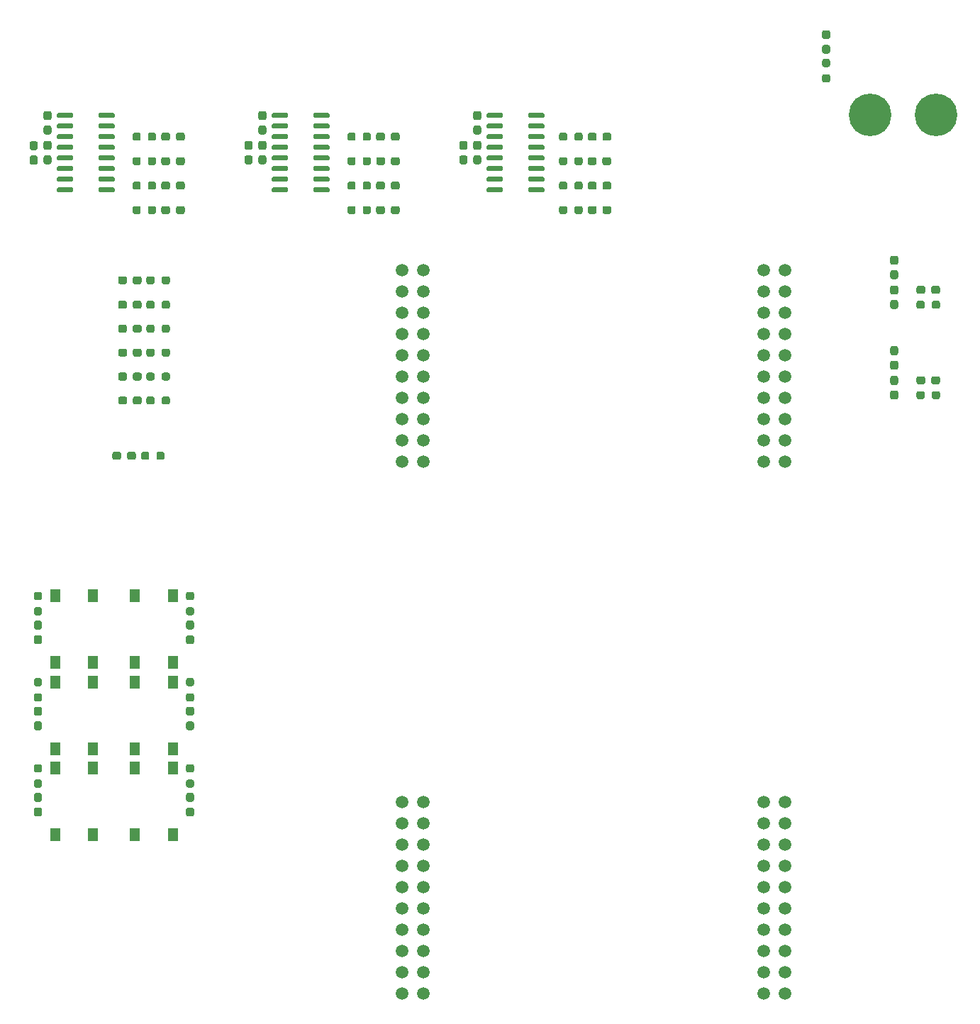
<source format=gbr>
%TF.GenerationSoftware,KiCad,Pcbnew,(5.1.10)-1*%
%TF.CreationDate,2021-11-15T21:10:30-06:00*%
%TF.ProjectId,Driveboard_2022,44726976-6562-46f6-9172-645f32303232,rev?*%
%TF.SameCoordinates,Original*%
%TF.FileFunction,Paste,Top*%
%TF.FilePolarity,Positive*%
%FSLAX46Y46*%
G04 Gerber Fmt 4.6, Leading zero omitted, Abs format (unit mm)*
G04 Created by KiCad (PCBNEW (5.1.10)-1) date 2021-11-15 21:10:30*
%MOMM*%
%LPD*%
G01*
G04 APERTURE LIST*
%ADD10C,1.520000*%
%ADD11R,1.300000X1.550000*%
%ADD12C,5.080000*%
G04 APERTURE END LIST*
D10*
%TO.C,U1*%
X143384000Y-145574000D03*
X140844000Y-140494000D03*
X97664000Y-79534000D03*
X143384000Y-130334000D03*
X140844000Y-127794000D03*
X143384000Y-132874000D03*
X143384000Y-137954000D03*
X143384000Y-143034000D03*
X97664000Y-82074000D03*
X140844000Y-148114000D03*
X143384000Y-140494000D03*
X143384000Y-148114000D03*
X140844000Y-125254000D03*
X97664000Y-84614000D03*
X140844000Y-130334000D03*
X140844000Y-132874000D03*
X140844000Y-143034000D03*
X143384000Y-135414000D03*
X140844000Y-137954000D03*
X100204000Y-61754000D03*
X140844000Y-145574000D03*
X143384000Y-125254000D03*
X143384000Y-127794000D03*
X140844000Y-135414000D03*
X140844000Y-79534000D03*
X140844000Y-74454000D03*
X97664000Y-64294000D03*
X100204000Y-79534000D03*
X143384000Y-61754000D03*
X143384000Y-71914000D03*
X143384000Y-79534000D03*
X140844000Y-82074000D03*
X97664000Y-74454000D03*
X140844000Y-69374000D03*
X140844000Y-61754000D03*
X140844000Y-66834000D03*
X140844000Y-71914000D03*
X143384000Y-64294000D03*
X97664000Y-61754000D03*
X100204000Y-64294000D03*
X100204000Y-66834000D03*
X140844000Y-76994000D03*
X143384000Y-69374000D03*
X100204000Y-69374000D03*
X143384000Y-82074000D03*
X97664000Y-76994000D03*
X97664000Y-69374000D03*
X140844000Y-64294000D03*
X97664000Y-66834000D03*
X100204000Y-71914000D03*
X100204000Y-74454000D03*
X100204000Y-82074000D03*
X143384000Y-76994000D03*
X140844000Y-84614000D03*
X143384000Y-84614000D03*
X97664000Y-71914000D03*
X100204000Y-76994000D03*
X143384000Y-66834000D03*
X100204000Y-84614000D03*
X143384000Y-74454000D03*
X100204000Y-132874000D03*
X100204000Y-148114000D03*
X100204000Y-140494000D03*
X100204000Y-143034000D03*
X100204000Y-145574000D03*
X100204000Y-135414000D03*
X100204000Y-137954000D03*
X97664000Y-143034000D03*
X97664000Y-132874000D03*
X97664000Y-130334000D03*
X100204000Y-127794000D03*
X97664000Y-135414000D03*
X100204000Y-125254000D03*
X97664000Y-127794000D03*
X97664000Y-140494000D03*
X97664000Y-125254000D03*
X97664000Y-148114000D03*
X100204000Y-130334000D03*
X97664000Y-145574000D03*
X97664000Y-137954000D03*
%TD*%
%TO.C,C1*%
G36*
G01*
X156226500Y-72588000D02*
X156701500Y-72588000D01*
G75*
G02*
X156939000Y-72825500I0J-237500D01*
G01*
X156939000Y-73425500D01*
G75*
G02*
X156701500Y-73663000I-237500J0D01*
G01*
X156226500Y-73663000D01*
G75*
G02*
X155989000Y-73425500I0J237500D01*
G01*
X155989000Y-72825500D01*
G75*
G02*
X156226500Y-72588000I237500J0D01*
G01*
G37*
G36*
G01*
X156226500Y-70863000D02*
X156701500Y-70863000D01*
G75*
G02*
X156939000Y-71100500I0J-237500D01*
G01*
X156939000Y-71700500D01*
G75*
G02*
X156701500Y-71938000I-237500J0D01*
G01*
X156226500Y-71938000D01*
G75*
G02*
X155989000Y-71700500I0J237500D01*
G01*
X155989000Y-71100500D01*
G75*
G02*
X156226500Y-70863000I237500J0D01*
G01*
G37*
%TD*%
%TO.C,C7*%
G36*
G01*
X106917500Y-43871000D02*
X106442500Y-43871000D01*
G75*
G02*
X106205000Y-43633500I0J237500D01*
G01*
X106205000Y-43033500D01*
G75*
G02*
X106442500Y-42796000I237500J0D01*
G01*
X106917500Y-42796000D01*
G75*
G02*
X107155000Y-43033500I0J-237500D01*
G01*
X107155000Y-43633500D01*
G75*
G02*
X106917500Y-43871000I-237500J0D01*
G01*
G37*
G36*
G01*
X106917500Y-45596000D02*
X106442500Y-45596000D01*
G75*
G02*
X106205000Y-45358500I0J237500D01*
G01*
X106205000Y-44758500D01*
G75*
G02*
X106442500Y-44521000I237500J0D01*
G01*
X106917500Y-44521000D01*
G75*
G02*
X107155000Y-44758500I0J-237500D01*
G01*
X107155000Y-45358500D01*
G75*
G02*
X106917500Y-45596000I-237500J0D01*
G01*
G37*
%TD*%
%TO.C,C11*%
G36*
G01*
X55609500Y-43871000D02*
X55134500Y-43871000D01*
G75*
G02*
X54897000Y-43633500I0J237500D01*
G01*
X54897000Y-43033500D01*
G75*
G02*
X55134500Y-42796000I237500J0D01*
G01*
X55609500Y-42796000D01*
G75*
G02*
X55847000Y-43033500I0J-237500D01*
G01*
X55847000Y-43633500D01*
G75*
G02*
X55609500Y-43871000I-237500J0D01*
G01*
G37*
G36*
G01*
X55609500Y-45596000D02*
X55134500Y-45596000D01*
G75*
G02*
X54897000Y-45358500I0J237500D01*
G01*
X54897000Y-44758500D01*
G75*
G02*
X55134500Y-44521000I237500J0D01*
G01*
X55609500Y-44521000D01*
G75*
G02*
X55847000Y-44758500I0J-237500D01*
G01*
X55847000Y-45358500D01*
G75*
G02*
X55609500Y-45596000I-237500J0D01*
G01*
G37*
%TD*%
%TO.C,R28*%
G36*
G01*
X67354000Y-51926500D02*
X67354000Y-51451500D01*
G75*
G02*
X67591500Y-51214000I237500J0D01*
G01*
X68091500Y-51214000D01*
G75*
G02*
X68329000Y-51451500I0J-237500D01*
G01*
X68329000Y-51926500D01*
G75*
G02*
X68091500Y-52164000I-237500J0D01*
G01*
X67591500Y-52164000D01*
G75*
G02*
X67354000Y-51926500I0J237500D01*
G01*
G37*
G36*
G01*
X65529000Y-51926500D02*
X65529000Y-51451500D01*
G75*
G02*
X65766500Y-51214000I237500J0D01*
G01*
X66266500Y-51214000D01*
G75*
G02*
X66504000Y-51451500I0J-237500D01*
G01*
X66504000Y-51926500D01*
G75*
G02*
X66266500Y-52164000I-237500J0D01*
G01*
X65766500Y-52164000D01*
G75*
G02*
X65529000Y-51926500I0J237500D01*
G01*
G37*
%TD*%
%TO.C,R27*%
G36*
G01*
X67354000Y-54847500D02*
X67354000Y-54372500D01*
G75*
G02*
X67591500Y-54135000I237500J0D01*
G01*
X68091500Y-54135000D01*
G75*
G02*
X68329000Y-54372500I0J-237500D01*
G01*
X68329000Y-54847500D01*
G75*
G02*
X68091500Y-55085000I-237500J0D01*
G01*
X67591500Y-55085000D01*
G75*
G02*
X67354000Y-54847500I0J237500D01*
G01*
G37*
G36*
G01*
X65529000Y-54847500D02*
X65529000Y-54372500D01*
G75*
G02*
X65766500Y-54135000I237500J0D01*
G01*
X66266500Y-54135000D01*
G75*
G02*
X66504000Y-54372500I0J-237500D01*
G01*
X66504000Y-54847500D01*
G75*
G02*
X66266500Y-55085000I-237500J0D01*
G01*
X65766500Y-55085000D01*
G75*
G02*
X65529000Y-54847500I0J237500D01*
G01*
G37*
%TD*%
%TO.C,R26*%
G36*
G01*
X67354000Y-49005500D02*
X67354000Y-48530500D01*
G75*
G02*
X67591500Y-48293000I237500J0D01*
G01*
X68091500Y-48293000D01*
G75*
G02*
X68329000Y-48530500I0J-237500D01*
G01*
X68329000Y-49005500D01*
G75*
G02*
X68091500Y-49243000I-237500J0D01*
G01*
X67591500Y-49243000D01*
G75*
G02*
X67354000Y-49005500I0J237500D01*
G01*
G37*
G36*
G01*
X65529000Y-49005500D02*
X65529000Y-48530500D01*
G75*
G02*
X65766500Y-48293000I237500J0D01*
G01*
X66266500Y-48293000D01*
G75*
G02*
X66504000Y-48530500I0J-237500D01*
G01*
X66504000Y-49005500D01*
G75*
G02*
X66266500Y-49243000I-237500J0D01*
G01*
X65766500Y-49243000D01*
G75*
G02*
X65529000Y-49005500I0J237500D01*
G01*
G37*
%TD*%
%TO.C,R25*%
G36*
G01*
X67354000Y-46084500D02*
X67354000Y-45609500D01*
G75*
G02*
X67591500Y-45372000I237500J0D01*
G01*
X68091500Y-45372000D01*
G75*
G02*
X68329000Y-45609500I0J-237500D01*
G01*
X68329000Y-46084500D01*
G75*
G02*
X68091500Y-46322000I-237500J0D01*
G01*
X67591500Y-46322000D01*
G75*
G02*
X67354000Y-46084500I0J237500D01*
G01*
G37*
G36*
G01*
X65529000Y-46084500D02*
X65529000Y-45609500D01*
G75*
G02*
X65766500Y-45372000I237500J0D01*
G01*
X66266500Y-45372000D01*
G75*
G02*
X66504000Y-45609500I0J-237500D01*
G01*
X66504000Y-46084500D01*
G75*
G02*
X66266500Y-46322000I-237500J0D01*
G01*
X65766500Y-46322000D01*
G75*
G02*
X65529000Y-46084500I0J237500D01*
G01*
G37*
%TD*%
%TO.C,R24*%
G36*
G01*
X93008000Y-51926500D02*
X93008000Y-51451500D01*
G75*
G02*
X93245500Y-51214000I237500J0D01*
G01*
X93745500Y-51214000D01*
G75*
G02*
X93983000Y-51451500I0J-237500D01*
G01*
X93983000Y-51926500D01*
G75*
G02*
X93745500Y-52164000I-237500J0D01*
G01*
X93245500Y-52164000D01*
G75*
G02*
X93008000Y-51926500I0J237500D01*
G01*
G37*
G36*
G01*
X91183000Y-51926500D02*
X91183000Y-51451500D01*
G75*
G02*
X91420500Y-51214000I237500J0D01*
G01*
X91920500Y-51214000D01*
G75*
G02*
X92158000Y-51451500I0J-237500D01*
G01*
X92158000Y-51926500D01*
G75*
G02*
X91920500Y-52164000I-237500J0D01*
G01*
X91420500Y-52164000D01*
G75*
G02*
X91183000Y-51926500I0J237500D01*
G01*
G37*
%TD*%
%TO.C,R23*%
G36*
G01*
X93008000Y-54847500D02*
X93008000Y-54372500D01*
G75*
G02*
X93245500Y-54135000I237500J0D01*
G01*
X93745500Y-54135000D01*
G75*
G02*
X93983000Y-54372500I0J-237500D01*
G01*
X93983000Y-54847500D01*
G75*
G02*
X93745500Y-55085000I-237500J0D01*
G01*
X93245500Y-55085000D01*
G75*
G02*
X93008000Y-54847500I0J237500D01*
G01*
G37*
G36*
G01*
X91183000Y-54847500D02*
X91183000Y-54372500D01*
G75*
G02*
X91420500Y-54135000I237500J0D01*
G01*
X91920500Y-54135000D01*
G75*
G02*
X92158000Y-54372500I0J-237500D01*
G01*
X92158000Y-54847500D01*
G75*
G02*
X91920500Y-55085000I-237500J0D01*
G01*
X91420500Y-55085000D01*
G75*
G02*
X91183000Y-54847500I0J237500D01*
G01*
G37*
%TD*%
%TO.C,R22*%
G36*
G01*
X93008000Y-49005500D02*
X93008000Y-48530500D01*
G75*
G02*
X93245500Y-48293000I237500J0D01*
G01*
X93745500Y-48293000D01*
G75*
G02*
X93983000Y-48530500I0J-237500D01*
G01*
X93983000Y-49005500D01*
G75*
G02*
X93745500Y-49243000I-237500J0D01*
G01*
X93245500Y-49243000D01*
G75*
G02*
X93008000Y-49005500I0J237500D01*
G01*
G37*
G36*
G01*
X91183000Y-49005500D02*
X91183000Y-48530500D01*
G75*
G02*
X91420500Y-48293000I237500J0D01*
G01*
X91920500Y-48293000D01*
G75*
G02*
X92158000Y-48530500I0J-237500D01*
G01*
X92158000Y-49005500D01*
G75*
G02*
X91920500Y-49243000I-237500J0D01*
G01*
X91420500Y-49243000D01*
G75*
G02*
X91183000Y-49005500I0J237500D01*
G01*
G37*
%TD*%
%TO.C,R21*%
G36*
G01*
X93008000Y-46084500D02*
X93008000Y-45609500D01*
G75*
G02*
X93245500Y-45372000I237500J0D01*
G01*
X93745500Y-45372000D01*
G75*
G02*
X93983000Y-45609500I0J-237500D01*
G01*
X93983000Y-46084500D01*
G75*
G02*
X93745500Y-46322000I-237500J0D01*
G01*
X93245500Y-46322000D01*
G75*
G02*
X93008000Y-46084500I0J237500D01*
G01*
G37*
G36*
G01*
X91183000Y-46084500D02*
X91183000Y-45609500D01*
G75*
G02*
X91420500Y-45372000I237500J0D01*
G01*
X91920500Y-45372000D01*
G75*
G02*
X92158000Y-45609500I0J-237500D01*
G01*
X92158000Y-46084500D01*
G75*
G02*
X91920500Y-46322000I-237500J0D01*
G01*
X91420500Y-46322000D01*
G75*
G02*
X91183000Y-46084500I0J237500D01*
G01*
G37*
%TD*%
%TO.C,R20*%
G36*
G01*
X118281000Y-51926500D02*
X118281000Y-51451500D01*
G75*
G02*
X118518500Y-51214000I237500J0D01*
G01*
X119018500Y-51214000D01*
G75*
G02*
X119256000Y-51451500I0J-237500D01*
G01*
X119256000Y-51926500D01*
G75*
G02*
X119018500Y-52164000I-237500J0D01*
G01*
X118518500Y-52164000D01*
G75*
G02*
X118281000Y-51926500I0J237500D01*
G01*
G37*
G36*
G01*
X116456000Y-51926500D02*
X116456000Y-51451500D01*
G75*
G02*
X116693500Y-51214000I237500J0D01*
G01*
X117193500Y-51214000D01*
G75*
G02*
X117431000Y-51451500I0J-237500D01*
G01*
X117431000Y-51926500D01*
G75*
G02*
X117193500Y-52164000I-237500J0D01*
G01*
X116693500Y-52164000D01*
G75*
G02*
X116456000Y-51926500I0J237500D01*
G01*
G37*
%TD*%
%TO.C,R19*%
G36*
G01*
X118281000Y-54847500D02*
X118281000Y-54372500D01*
G75*
G02*
X118518500Y-54135000I237500J0D01*
G01*
X119018500Y-54135000D01*
G75*
G02*
X119256000Y-54372500I0J-237500D01*
G01*
X119256000Y-54847500D01*
G75*
G02*
X119018500Y-55085000I-237500J0D01*
G01*
X118518500Y-55085000D01*
G75*
G02*
X118281000Y-54847500I0J237500D01*
G01*
G37*
G36*
G01*
X116456000Y-54847500D02*
X116456000Y-54372500D01*
G75*
G02*
X116693500Y-54135000I237500J0D01*
G01*
X117193500Y-54135000D01*
G75*
G02*
X117431000Y-54372500I0J-237500D01*
G01*
X117431000Y-54847500D01*
G75*
G02*
X117193500Y-55085000I-237500J0D01*
G01*
X116693500Y-55085000D01*
G75*
G02*
X116456000Y-54847500I0J237500D01*
G01*
G37*
%TD*%
%TO.C,R18*%
G36*
G01*
X118281000Y-49005500D02*
X118281000Y-48530500D01*
G75*
G02*
X118518500Y-48293000I237500J0D01*
G01*
X119018500Y-48293000D01*
G75*
G02*
X119256000Y-48530500I0J-237500D01*
G01*
X119256000Y-49005500D01*
G75*
G02*
X119018500Y-49243000I-237500J0D01*
G01*
X118518500Y-49243000D01*
G75*
G02*
X118281000Y-49005500I0J237500D01*
G01*
G37*
G36*
G01*
X116456000Y-49005500D02*
X116456000Y-48530500D01*
G75*
G02*
X116693500Y-48293000I237500J0D01*
G01*
X117193500Y-48293000D01*
G75*
G02*
X117431000Y-48530500I0J-237500D01*
G01*
X117431000Y-49005500D01*
G75*
G02*
X117193500Y-49243000I-237500J0D01*
G01*
X116693500Y-49243000D01*
G75*
G02*
X116456000Y-49005500I0J237500D01*
G01*
G37*
%TD*%
%TO.C,R17*%
G36*
G01*
X118281000Y-46084500D02*
X118281000Y-45609500D01*
G75*
G02*
X118518500Y-45372000I237500J0D01*
G01*
X119018500Y-45372000D01*
G75*
G02*
X119256000Y-45609500I0J-237500D01*
G01*
X119256000Y-46084500D01*
G75*
G02*
X119018500Y-46322000I-237500J0D01*
G01*
X118518500Y-46322000D01*
G75*
G02*
X118281000Y-46084500I0J237500D01*
G01*
G37*
G36*
G01*
X116456000Y-46084500D02*
X116456000Y-45609500D01*
G75*
G02*
X116693500Y-45372000I237500J0D01*
G01*
X117193500Y-45372000D01*
G75*
G02*
X117431000Y-45609500I0J-237500D01*
G01*
X117431000Y-46084500D01*
G75*
G02*
X117193500Y-46322000I-237500J0D01*
G01*
X116693500Y-46322000D01*
G75*
G02*
X116456000Y-46084500I0J237500D01*
G01*
G37*
%TD*%
%TO.C,R16*%
G36*
G01*
X68155000Y-77105500D02*
X68155000Y-77580500D01*
G75*
G02*
X67917500Y-77818000I-237500J0D01*
G01*
X67417500Y-77818000D01*
G75*
G02*
X67180000Y-77580500I0J237500D01*
G01*
X67180000Y-77105500D01*
G75*
G02*
X67417500Y-76868000I237500J0D01*
G01*
X67917500Y-76868000D01*
G75*
G02*
X68155000Y-77105500I0J-237500D01*
G01*
G37*
G36*
G01*
X69980000Y-77105500D02*
X69980000Y-77580500D01*
G75*
G02*
X69742500Y-77818000I-237500J0D01*
G01*
X69242500Y-77818000D01*
G75*
G02*
X69005000Y-77580500I0J237500D01*
G01*
X69005000Y-77105500D01*
G75*
G02*
X69242500Y-76868000I237500J0D01*
G01*
X69742500Y-76868000D01*
G75*
G02*
X69980000Y-77105500I0J-237500D01*
G01*
G37*
%TD*%
%TO.C,R15*%
G36*
G01*
X68155000Y-74248000D02*
X68155000Y-74723000D01*
G75*
G02*
X67917500Y-74960500I-237500J0D01*
G01*
X67417500Y-74960500D01*
G75*
G02*
X67180000Y-74723000I0J237500D01*
G01*
X67180000Y-74248000D01*
G75*
G02*
X67417500Y-74010500I237500J0D01*
G01*
X67917500Y-74010500D01*
G75*
G02*
X68155000Y-74248000I0J-237500D01*
G01*
G37*
G36*
G01*
X69980000Y-74248000D02*
X69980000Y-74723000D01*
G75*
G02*
X69742500Y-74960500I-237500J0D01*
G01*
X69242500Y-74960500D01*
G75*
G02*
X69005000Y-74723000I0J237500D01*
G01*
X69005000Y-74248000D01*
G75*
G02*
X69242500Y-74010500I237500J0D01*
G01*
X69742500Y-74010500D01*
G75*
G02*
X69980000Y-74248000I0J-237500D01*
G01*
G37*
%TD*%
%TO.C,R14*%
G36*
G01*
X68155000Y-71390500D02*
X68155000Y-71865500D01*
G75*
G02*
X67917500Y-72103000I-237500J0D01*
G01*
X67417500Y-72103000D01*
G75*
G02*
X67180000Y-71865500I0J237500D01*
G01*
X67180000Y-71390500D01*
G75*
G02*
X67417500Y-71153000I237500J0D01*
G01*
X67917500Y-71153000D01*
G75*
G02*
X68155000Y-71390500I0J-237500D01*
G01*
G37*
G36*
G01*
X69980000Y-71390500D02*
X69980000Y-71865500D01*
G75*
G02*
X69742500Y-72103000I-237500J0D01*
G01*
X69242500Y-72103000D01*
G75*
G02*
X69005000Y-71865500I0J237500D01*
G01*
X69005000Y-71390500D01*
G75*
G02*
X69242500Y-71153000I237500J0D01*
G01*
X69742500Y-71153000D01*
G75*
G02*
X69980000Y-71390500I0J-237500D01*
G01*
G37*
%TD*%
%TO.C,R13*%
G36*
G01*
X68155000Y-68533000D02*
X68155000Y-69008000D01*
G75*
G02*
X67917500Y-69245500I-237500J0D01*
G01*
X67417500Y-69245500D01*
G75*
G02*
X67180000Y-69008000I0J237500D01*
G01*
X67180000Y-68533000D01*
G75*
G02*
X67417500Y-68295500I237500J0D01*
G01*
X67917500Y-68295500D01*
G75*
G02*
X68155000Y-68533000I0J-237500D01*
G01*
G37*
G36*
G01*
X69980000Y-68533000D02*
X69980000Y-69008000D01*
G75*
G02*
X69742500Y-69245500I-237500J0D01*
G01*
X69242500Y-69245500D01*
G75*
G02*
X69005000Y-69008000I0J237500D01*
G01*
X69005000Y-68533000D01*
G75*
G02*
X69242500Y-68295500I237500J0D01*
G01*
X69742500Y-68295500D01*
G75*
G02*
X69980000Y-68533000I0J-237500D01*
G01*
G37*
%TD*%
%TO.C,R12*%
G36*
G01*
X68155000Y-65675500D02*
X68155000Y-66150500D01*
G75*
G02*
X67917500Y-66388000I-237500J0D01*
G01*
X67417500Y-66388000D01*
G75*
G02*
X67180000Y-66150500I0J237500D01*
G01*
X67180000Y-65675500D01*
G75*
G02*
X67417500Y-65438000I237500J0D01*
G01*
X67917500Y-65438000D01*
G75*
G02*
X68155000Y-65675500I0J-237500D01*
G01*
G37*
G36*
G01*
X69980000Y-65675500D02*
X69980000Y-66150500D01*
G75*
G02*
X69742500Y-66388000I-237500J0D01*
G01*
X69242500Y-66388000D01*
G75*
G02*
X69005000Y-66150500I0J237500D01*
G01*
X69005000Y-65675500D01*
G75*
G02*
X69242500Y-65438000I237500J0D01*
G01*
X69742500Y-65438000D01*
G75*
G02*
X69980000Y-65675500I0J-237500D01*
G01*
G37*
%TD*%
%TO.C,R11*%
G36*
G01*
X68155000Y-62754500D02*
X68155000Y-63229500D01*
G75*
G02*
X67917500Y-63467000I-237500J0D01*
G01*
X67417500Y-63467000D01*
G75*
G02*
X67180000Y-63229500I0J237500D01*
G01*
X67180000Y-62754500D01*
G75*
G02*
X67417500Y-62517000I237500J0D01*
G01*
X67917500Y-62517000D01*
G75*
G02*
X68155000Y-62754500I0J-237500D01*
G01*
G37*
G36*
G01*
X69980000Y-62754500D02*
X69980000Y-63229500D01*
G75*
G02*
X69742500Y-63467000I-237500J0D01*
G01*
X69242500Y-63467000D01*
G75*
G02*
X69005000Y-63229500I0J237500D01*
G01*
X69005000Y-62754500D01*
G75*
G02*
X69242500Y-62517000I237500J0D01*
G01*
X69742500Y-62517000D01*
G75*
G02*
X69980000Y-62754500I0J-237500D01*
G01*
G37*
%TD*%
%TO.C,R10*%
G36*
G01*
X148573500Y-37548000D02*
X148098500Y-37548000D01*
G75*
G02*
X147861000Y-37310500I0J237500D01*
G01*
X147861000Y-36810500D01*
G75*
G02*
X148098500Y-36573000I237500J0D01*
G01*
X148573500Y-36573000D01*
G75*
G02*
X148811000Y-36810500I0J-237500D01*
G01*
X148811000Y-37310500D01*
G75*
G02*
X148573500Y-37548000I-237500J0D01*
G01*
G37*
G36*
G01*
X148573500Y-39373000D02*
X148098500Y-39373000D01*
G75*
G02*
X147861000Y-39135500I0J237500D01*
G01*
X147861000Y-38635500D01*
G75*
G02*
X148098500Y-38398000I237500J0D01*
G01*
X148573500Y-38398000D01*
G75*
G02*
X148811000Y-38635500I0J-237500D01*
G01*
X148811000Y-39135500D01*
G75*
G02*
X148573500Y-39373000I-237500J0D01*
G01*
G37*
%TD*%
%TO.C,R9*%
G36*
G01*
X160953000Y-66150500D02*
X160953000Y-65675500D01*
G75*
G02*
X161190500Y-65438000I237500J0D01*
G01*
X161690500Y-65438000D01*
G75*
G02*
X161928000Y-65675500I0J-237500D01*
G01*
X161928000Y-66150500D01*
G75*
G02*
X161690500Y-66388000I-237500J0D01*
G01*
X161190500Y-66388000D01*
G75*
G02*
X160953000Y-66150500I0J237500D01*
G01*
G37*
G36*
G01*
X159128000Y-66150500D02*
X159128000Y-65675500D01*
G75*
G02*
X159365500Y-65438000I237500J0D01*
G01*
X159865500Y-65438000D01*
G75*
G02*
X160103000Y-65675500I0J-237500D01*
G01*
X160103000Y-66150500D01*
G75*
G02*
X159865500Y-66388000I-237500J0D01*
G01*
X159365500Y-66388000D01*
G75*
G02*
X159128000Y-66150500I0J237500D01*
G01*
G37*
%TD*%
%TO.C,R8*%
G36*
G01*
X160953000Y-76945500D02*
X160953000Y-76470500D01*
G75*
G02*
X161190500Y-76233000I237500J0D01*
G01*
X161690500Y-76233000D01*
G75*
G02*
X161928000Y-76470500I0J-237500D01*
G01*
X161928000Y-76945500D01*
G75*
G02*
X161690500Y-77183000I-237500J0D01*
G01*
X161190500Y-77183000D01*
G75*
G02*
X160953000Y-76945500I0J237500D01*
G01*
G37*
G36*
G01*
X159128000Y-76945500D02*
X159128000Y-76470500D01*
G75*
G02*
X159365500Y-76233000I237500J0D01*
G01*
X159865500Y-76233000D01*
G75*
G02*
X160103000Y-76470500I0J-237500D01*
G01*
X160103000Y-76945500D01*
G75*
G02*
X159865500Y-77183000I-237500J0D01*
G01*
X159365500Y-77183000D01*
G75*
G02*
X159128000Y-76945500I0J237500D01*
G01*
G37*
%TD*%
%TO.C,R7*%
G36*
G01*
X72627500Y-121749000D02*
X72152500Y-121749000D01*
G75*
G02*
X71915000Y-121511500I0J237500D01*
G01*
X71915000Y-121011500D01*
G75*
G02*
X72152500Y-120774000I237500J0D01*
G01*
X72627500Y-120774000D01*
G75*
G02*
X72865000Y-121011500I0J-237500D01*
G01*
X72865000Y-121511500D01*
G75*
G02*
X72627500Y-121749000I-237500J0D01*
G01*
G37*
G36*
G01*
X72627500Y-123574000D02*
X72152500Y-123574000D01*
G75*
G02*
X71915000Y-123336500I0J237500D01*
G01*
X71915000Y-122836500D01*
G75*
G02*
X72152500Y-122599000I237500J0D01*
G01*
X72627500Y-122599000D01*
G75*
G02*
X72865000Y-122836500I0J-237500D01*
G01*
X72865000Y-123336500D01*
G75*
G02*
X72627500Y-123574000I-237500J0D01*
G01*
G37*
%TD*%
%TO.C,R6*%
G36*
G01*
X72627500Y-111462000D02*
X72152500Y-111462000D01*
G75*
G02*
X71915000Y-111224500I0J237500D01*
G01*
X71915000Y-110724500D01*
G75*
G02*
X72152500Y-110487000I237500J0D01*
G01*
X72627500Y-110487000D01*
G75*
G02*
X72865000Y-110724500I0J-237500D01*
G01*
X72865000Y-111224500D01*
G75*
G02*
X72627500Y-111462000I-237500J0D01*
G01*
G37*
G36*
G01*
X72627500Y-113287000D02*
X72152500Y-113287000D01*
G75*
G02*
X71915000Y-113049500I0J237500D01*
G01*
X71915000Y-112549500D01*
G75*
G02*
X72152500Y-112312000I237500J0D01*
G01*
X72627500Y-112312000D01*
G75*
G02*
X72865000Y-112549500I0J-237500D01*
G01*
X72865000Y-113049500D01*
G75*
G02*
X72627500Y-113287000I-237500J0D01*
G01*
G37*
%TD*%
%TO.C,R5*%
G36*
G01*
X72627500Y-101175000D02*
X72152500Y-101175000D01*
G75*
G02*
X71915000Y-100937500I0J237500D01*
G01*
X71915000Y-100437500D01*
G75*
G02*
X72152500Y-100200000I237500J0D01*
G01*
X72627500Y-100200000D01*
G75*
G02*
X72865000Y-100437500I0J-237500D01*
G01*
X72865000Y-100937500D01*
G75*
G02*
X72627500Y-101175000I-237500J0D01*
G01*
G37*
G36*
G01*
X72627500Y-103000000D02*
X72152500Y-103000000D01*
G75*
G02*
X71915000Y-102762500I0J237500D01*
G01*
X71915000Y-102262500D01*
G75*
G02*
X72152500Y-102025000I237500J0D01*
G01*
X72627500Y-102025000D01*
G75*
G02*
X72865000Y-102262500I0J-237500D01*
G01*
X72865000Y-102762500D01*
G75*
G02*
X72627500Y-103000000I-237500J0D01*
G01*
G37*
%TD*%
%TO.C,R4*%
G36*
G01*
X68370000Y-84184500D02*
X68370000Y-83709500D01*
G75*
G02*
X68607500Y-83472000I237500J0D01*
G01*
X69107500Y-83472000D01*
G75*
G02*
X69345000Y-83709500I0J-237500D01*
G01*
X69345000Y-84184500D01*
G75*
G02*
X69107500Y-84422000I-237500J0D01*
G01*
X68607500Y-84422000D01*
G75*
G02*
X68370000Y-84184500I0J237500D01*
G01*
G37*
G36*
G01*
X66545000Y-84184500D02*
X66545000Y-83709500D01*
G75*
G02*
X66782500Y-83472000I237500J0D01*
G01*
X67282500Y-83472000D01*
G75*
G02*
X67520000Y-83709500I0J-237500D01*
G01*
X67520000Y-84184500D01*
G75*
G02*
X67282500Y-84422000I-237500J0D01*
G01*
X66782500Y-84422000D01*
G75*
G02*
X66545000Y-84184500I0J237500D01*
G01*
G37*
%TD*%
%TO.C,R3*%
G36*
G01*
X54466500Y-121749000D02*
X53991500Y-121749000D01*
G75*
G02*
X53754000Y-121511500I0J237500D01*
G01*
X53754000Y-121011500D01*
G75*
G02*
X53991500Y-120774000I237500J0D01*
G01*
X54466500Y-120774000D01*
G75*
G02*
X54704000Y-121011500I0J-237500D01*
G01*
X54704000Y-121511500D01*
G75*
G02*
X54466500Y-121749000I-237500J0D01*
G01*
G37*
G36*
G01*
X54466500Y-123574000D02*
X53991500Y-123574000D01*
G75*
G02*
X53754000Y-123336500I0J237500D01*
G01*
X53754000Y-122836500D01*
G75*
G02*
X53991500Y-122599000I237500J0D01*
G01*
X54466500Y-122599000D01*
G75*
G02*
X54704000Y-122836500I0J-237500D01*
G01*
X54704000Y-123336500D01*
G75*
G02*
X54466500Y-123574000I-237500J0D01*
G01*
G37*
%TD*%
%TO.C,R2*%
G36*
G01*
X54466500Y-111462000D02*
X53991500Y-111462000D01*
G75*
G02*
X53754000Y-111224500I0J237500D01*
G01*
X53754000Y-110724500D01*
G75*
G02*
X53991500Y-110487000I237500J0D01*
G01*
X54466500Y-110487000D01*
G75*
G02*
X54704000Y-110724500I0J-237500D01*
G01*
X54704000Y-111224500D01*
G75*
G02*
X54466500Y-111462000I-237500J0D01*
G01*
G37*
G36*
G01*
X54466500Y-113287000D02*
X53991500Y-113287000D01*
G75*
G02*
X53754000Y-113049500I0J237500D01*
G01*
X53754000Y-112549500D01*
G75*
G02*
X53991500Y-112312000I237500J0D01*
G01*
X54466500Y-112312000D01*
G75*
G02*
X54704000Y-112549500I0J-237500D01*
G01*
X54704000Y-113049500D01*
G75*
G02*
X54466500Y-113287000I-237500J0D01*
G01*
G37*
%TD*%
%TO.C,R1*%
G36*
G01*
X54466500Y-101175000D02*
X53991500Y-101175000D01*
G75*
G02*
X53754000Y-100937500I0J237500D01*
G01*
X53754000Y-100437500D01*
G75*
G02*
X53991500Y-100200000I237500J0D01*
G01*
X54466500Y-100200000D01*
G75*
G02*
X54704000Y-100437500I0J-237500D01*
G01*
X54704000Y-100937500D01*
G75*
G02*
X54466500Y-101175000I-237500J0D01*
G01*
G37*
G36*
G01*
X54466500Y-103000000D02*
X53991500Y-103000000D01*
G75*
G02*
X53754000Y-102762500I0J237500D01*
G01*
X53754000Y-102262500D01*
G75*
G02*
X53991500Y-102025000I237500J0D01*
G01*
X54466500Y-102025000D01*
G75*
G02*
X54704000Y-102262500I0J-237500D01*
G01*
X54704000Y-102762500D01*
G75*
G02*
X54466500Y-103000000I-237500J0D01*
G01*
G37*
%TD*%
%TO.C,LED28*%
G36*
G01*
X70008000Y-51451500D02*
X70008000Y-51926500D01*
G75*
G02*
X69770500Y-52164000I-237500J0D01*
G01*
X69195500Y-52164000D01*
G75*
G02*
X68958000Y-51926500I0J237500D01*
G01*
X68958000Y-51451500D01*
G75*
G02*
X69195500Y-51214000I237500J0D01*
G01*
X69770500Y-51214000D01*
G75*
G02*
X70008000Y-51451500I0J-237500D01*
G01*
G37*
G36*
G01*
X71758000Y-51451500D02*
X71758000Y-51926500D01*
G75*
G02*
X71520500Y-52164000I-237500J0D01*
G01*
X70945500Y-52164000D01*
G75*
G02*
X70708000Y-51926500I0J237500D01*
G01*
X70708000Y-51451500D01*
G75*
G02*
X70945500Y-51214000I237500J0D01*
G01*
X71520500Y-51214000D01*
G75*
G02*
X71758000Y-51451500I0J-237500D01*
G01*
G37*
%TD*%
%TO.C,LED27*%
G36*
G01*
X70008000Y-54372500D02*
X70008000Y-54847500D01*
G75*
G02*
X69770500Y-55085000I-237500J0D01*
G01*
X69195500Y-55085000D01*
G75*
G02*
X68958000Y-54847500I0J237500D01*
G01*
X68958000Y-54372500D01*
G75*
G02*
X69195500Y-54135000I237500J0D01*
G01*
X69770500Y-54135000D01*
G75*
G02*
X70008000Y-54372500I0J-237500D01*
G01*
G37*
G36*
G01*
X71758000Y-54372500D02*
X71758000Y-54847500D01*
G75*
G02*
X71520500Y-55085000I-237500J0D01*
G01*
X70945500Y-55085000D01*
G75*
G02*
X70708000Y-54847500I0J237500D01*
G01*
X70708000Y-54372500D01*
G75*
G02*
X70945500Y-54135000I237500J0D01*
G01*
X71520500Y-54135000D01*
G75*
G02*
X71758000Y-54372500I0J-237500D01*
G01*
G37*
%TD*%
%TO.C,LED26*%
G36*
G01*
X70008000Y-48530500D02*
X70008000Y-49005500D01*
G75*
G02*
X69770500Y-49243000I-237500J0D01*
G01*
X69195500Y-49243000D01*
G75*
G02*
X68958000Y-49005500I0J237500D01*
G01*
X68958000Y-48530500D01*
G75*
G02*
X69195500Y-48293000I237500J0D01*
G01*
X69770500Y-48293000D01*
G75*
G02*
X70008000Y-48530500I0J-237500D01*
G01*
G37*
G36*
G01*
X71758000Y-48530500D02*
X71758000Y-49005500D01*
G75*
G02*
X71520500Y-49243000I-237500J0D01*
G01*
X70945500Y-49243000D01*
G75*
G02*
X70708000Y-49005500I0J237500D01*
G01*
X70708000Y-48530500D01*
G75*
G02*
X70945500Y-48293000I237500J0D01*
G01*
X71520500Y-48293000D01*
G75*
G02*
X71758000Y-48530500I0J-237500D01*
G01*
G37*
%TD*%
%TO.C,LED25*%
G36*
G01*
X70008000Y-45609500D02*
X70008000Y-46084500D01*
G75*
G02*
X69770500Y-46322000I-237500J0D01*
G01*
X69195500Y-46322000D01*
G75*
G02*
X68958000Y-46084500I0J237500D01*
G01*
X68958000Y-45609500D01*
G75*
G02*
X69195500Y-45372000I237500J0D01*
G01*
X69770500Y-45372000D01*
G75*
G02*
X70008000Y-45609500I0J-237500D01*
G01*
G37*
G36*
G01*
X71758000Y-45609500D02*
X71758000Y-46084500D01*
G75*
G02*
X71520500Y-46322000I-237500J0D01*
G01*
X70945500Y-46322000D01*
G75*
G02*
X70708000Y-46084500I0J237500D01*
G01*
X70708000Y-45609500D01*
G75*
G02*
X70945500Y-45372000I237500J0D01*
G01*
X71520500Y-45372000D01*
G75*
G02*
X71758000Y-45609500I0J-237500D01*
G01*
G37*
%TD*%
%TO.C,LED24*%
G36*
G01*
X95662000Y-51451500D02*
X95662000Y-51926500D01*
G75*
G02*
X95424500Y-52164000I-237500J0D01*
G01*
X94849500Y-52164000D01*
G75*
G02*
X94612000Y-51926500I0J237500D01*
G01*
X94612000Y-51451500D01*
G75*
G02*
X94849500Y-51214000I237500J0D01*
G01*
X95424500Y-51214000D01*
G75*
G02*
X95662000Y-51451500I0J-237500D01*
G01*
G37*
G36*
G01*
X97412000Y-51451500D02*
X97412000Y-51926500D01*
G75*
G02*
X97174500Y-52164000I-237500J0D01*
G01*
X96599500Y-52164000D01*
G75*
G02*
X96362000Y-51926500I0J237500D01*
G01*
X96362000Y-51451500D01*
G75*
G02*
X96599500Y-51214000I237500J0D01*
G01*
X97174500Y-51214000D01*
G75*
G02*
X97412000Y-51451500I0J-237500D01*
G01*
G37*
%TD*%
%TO.C,LED23*%
G36*
G01*
X95662000Y-54372500D02*
X95662000Y-54847500D01*
G75*
G02*
X95424500Y-55085000I-237500J0D01*
G01*
X94849500Y-55085000D01*
G75*
G02*
X94612000Y-54847500I0J237500D01*
G01*
X94612000Y-54372500D01*
G75*
G02*
X94849500Y-54135000I237500J0D01*
G01*
X95424500Y-54135000D01*
G75*
G02*
X95662000Y-54372500I0J-237500D01*
G01*
G37*
G36*
G01*
X97412000Y-54372500D02*
X97412000Y-54847500D01*
G75*
G02*
X97174500Y-55085000I-237500J0D01*
G01*
X96599500Y-55085000D01*
G75*
G02*
X96362000Y-54847500I0J237500D01*
G01*
X96362000Y-54372500D01*
G75*
G02*
X96599500Y-54135000I237500J0D01*
G01*
X97174500Y-54135000D01*
G75*
G02*
X97412000Y-54372500I0J-237500D01*
G01*
G37*
%TD*%
%TO.C,LED22*%
G36*
G01*
X95676000Y-48530500D02*
X95676000Y-49005500D01*
G75*
G02*
X95438500Y-49243000I-237500J0D01*
G01*
X94863500Y-49243000D01*
G75*
G02*
X94626000Y-49005500I0J237500D01*
G01*
X94626000Y-48530500D01*
G75*
G02*
X94863500Y-48293000I237500J0D01*
G01*
X95438500Y-48293000D01*
G75*
G02*
X95676000Y-48530500I0J-237500D01*
G01*
G37*
G36*
G01*
X97426000Y-48530500D02*
X97426000Y-49005500D01*
G75*
G02*
X97188500Y-49243000I-237500J0D01*
G01*
X96613500Y-49243000D01*
G75*
G02*
X96376000Y-49005500I0J237500D01*
G01*
X96376000Y-48530500D01*
G75*
G02*
X96613500Y-48293000I237500J0D01*
G01*
X97188500Y-48293000D01*
G75*
G02*
X97426000Y-48530500I0J-237500D01*
G01*
G37*
%TD*%
%TO.C,LED21*%
G36*
G01*
X95662000Y-45609500D02*
X95662000Y-46084500D01*
G75*
G02*
X95424500Y-46322000I-237500J0D01*
G01*
X94849500Y-46322000D01*
G75*
G02*
X94612000Y-46084500I0J237500D01*
G01*
X94612000Y-45609500D01*
G75*
G02*
X94849500Y-45372000I237500J0D01*
G01*
X95424500Y-45372000D01*
G75*
G02*
X95662000Y-45609500I0J-237500D01*
G01*
G37*
G36*
G01*
X97412000Y-45609500D02*
X97412000Y-46084500D01*
G75*
G02*
X97174500Y-46322000I-237500J0D01*
G01*
X96599500Y-46322000D01*
G75*
G02*
X96362000Y-46084500I0J237500D01*
G01*
X96362000Y-45609500D01*
G75*
G02*
X96599500Y-45372000I237500J0D01*
G01*
X97174500Y-45372000D01*
G75*
G02*
X97412000Y-45609500I0J-237500D01*
G01*
G37*
%TD*%
%TO.C,LED20*%
G36*
G01*
X120935000Y-51451500D02*
X120935000Y-51926500D01*
G75*
G02*
X120697500Y-52164000I-237500J0D01*
G01*
X120122500Y-52164000D01*
G75*
G02*
X119885000Y-51926500I0J237500D01*
G01*
X119885000Y-51451500D01*
G75*
G02*
X120122500Y-51214000I237500J0D01*
G01*
X120697500Y-51214000D01*
G75*
G02*
X120935000Y-51451500I0J-237500D01*
G01*
G37*
G36*
G01*
X122685000Y-51451500D02*
X122685000Y-51926500D01*
G75*
G02*
X122447500Y-52164000I-237500J0D01*
G01*
X121872500Y-52164000D01*
G75*
G02*
X121635000Y-51926500I0J237500D01*
G01*
X121635000Y-51451500D01*
G75*
G02*
X121872500Y-51214000I237500J0D01*
G01*
X122447500Y-51214000D01*
G75*
G02*
X122685000Y-51451500I0J-237500D01*
G01*
G37*
%TD*%
%TO.C,LED19*%
G36*
G01*
X120935000Y-54372500D02*
X120935000Y-54847500D01*
G75*
G02*
X120697500Y-55085000I-237500J0D01*
G01*
X120122500Y-55085000D01*
G75*
G02*
X119885000Y-54847500I0J237500D01*
G01*
X119885000Y-54372500D01*
G75*
G02*
X120122500Y-54135000I237500J0D01*
G01*
X120697500Y-54135000D01*
G75*
G02*
X120935000Y-54372500I0J-237500D01*
G01*
G37*
G36*
G01*
X122685000Y-54372500D02*
X122685000Y-54847500D01*
G75*
G02*
X122447500Y-55085000I-237500J0D01*
G01*
X121872500Y-55085000D01*
G75*
G02*
X121635000Y-54847500I0J237500D01*
G01*
X121635000Y-54372500D01*
G75*
G02*
X121872500Y-54135000I237500J0D01*
G01*
X122447500Y-54135000D01*
G75*
G02*
X122685000Y-54372500I0J-237500D01*
G01*
G37*
%TD*%
%TO.C,LED18*%
G36*
G01*
X120921000Y-48530500D02*
X120921000Y-49005500D01*
G75*
G02*
X120683500Y-49243000I-237500J0D01*
G01*
X120108500Y-49243000D01*
G75*
G02*
X119871000Y-49005500I0J237500D01*
G01*
X119871000Y-48530500D01*
G75*
G02*
X120108500Y-48293000I237500J0D01*
G01*
X120683500Y-48293000D01*
G75*
G02*
X120921000Y-48530500I0J-237500D01*
G01*
G37*
G36*
G01*
X122671000Y-48530500D02*
X122671000Y-49005500D01*
G75*
G02*
X122433500Y-49243000I-237500J0D01*
G01*
X121858500Y-49243000D01*
G75*
G02*
X121621000Y-49005500I0J237500D01*
G01*
X121621000Y-48530500D01*
G75*
G02*
X121858500Y-48293000I237500J0D01*
G01*
X122433500Y-48293000D01*
G75*
G02*
X122671000Y-48530500I0J-237500D01*
G01*
G37*
%TD*%
%TO.C,LED17*%
G36*
G01*
X120935000Y-45609500D02*
X120935000Y-46084500D01*
G75*
G02*
X120697500Y-46322000I-237500J0D01*
G01*
X120122500Y-46322000D01*
G75*
G02*
X119885000Y-46084500I0J237500D01*
G01*
X119885000Y-45609500D01*
G75*
G02*
X120122500Y-45372000I237500J0D01*
G01*
X120697500Y-45372000D01*
G75*
G02*
X120935000Y-45609500I0J-237500D01*
G01*
G37*
G36*
G01*
X122685000Y-45609500D02*
X122685000Y-46084500D01*
G75*
G02*
X122447500Y-46322000I-237500J0D01*
G01*
X121872500Y-46322000D01*
G75*
G02*
X121635000Y-46084500I0J237500D01*
G01*
X121635000Y-45609500D01*
G75*
G02*
X121872500Y-45372000I237500J0D01*
G01*
X122447500Y-45372000D01*
G75*
G02*
X122685000Y-45609500I0J-237500D01*
G01*
G37*
%TD*%
%TO.C,LED16*%
G36*
G01*
X65564500Y-77580500D02*
X65564500Y-77105500D01*
G75*
G02*
X65802000Y-76868000I237500J0D01*
G01*
X66377000Y-76868000D01*
G75*
G02*
X66614500Y-77105500I0J-237500D01*
G01*
X66614500Y-77580500D01*
G75*
G02*
X66377000Y-77818000I-237500J0D01*
G01*
X65802000Y-77818000D01*
G75*
G02*
X65564500Y-77580500I0J237500D01*
G01*
G37*
G36*
G01*
X63814500Y-77580500D02*
X63814500Y-77105500D01*
G75*
G02*
X64052000Y-76868000I237500J0D01*
G01*
X64627000Y-76868000D01*
G75*
G02*
X64864500Y-77105500I0J-237500D01*
G01*
X64864500Y-77580500D01*
G75*
G02*
X64627000Y-77818000I-237500J0D01*
G01*
X64052000Y-77818000D01*
G75*
G02*
X63814500Y-77580500I0J237500D01*
G01*
G37*
%TD*%
%TO.C,LED15*%
G36*
G01*
X65564500Y-74723000D02*
X65564500Y-74248000D01*
G75*
G02*
X65802000Y-74010500I237500J0D01*
G01*
X66377000Y-74010500D01*
G75*
G02*
X66614500Y-74248000I0J-237500D01*
G01*
X66614500Y-74723000D01*
G75*
G02*
X66377000Y-74960500I-237500J0D01*
G01*
X65802000Y-74960500D01*
G75*
G02*
X65564500Y-74723000I0J237500D01*
G01*
G37*
G36*
G01*
X63814500Y-74723000D02*
X63814500Y-74248000D01*
G75*
G02*
X64052000Y-74010500I237500J0D01*
G01*
X64627000Y-74010500D01*
G75*
G02*
X64864500Y-74248000I0J-237500D01*
G01*
X64864500Y-74723000D01*
G75*
G02*
X64627000Y-74960500I-237500J0D01*
G01*
X64052000Y-74960500D01*
G75*
G02*
X63814500Y-74723000I0J237500D01*
G01*
G37*
%TD*%
%TO.C,LED14*%
G36*
G01*
X65564500Y-71865500D02*
X65564500Y-71390500D01*
G75*
G02*
X65802000Y-71153000I237500J0D01*
G01*
X66377000Y-71153000D01*
G75*
G02*
X66614500Y-71390500I0J-237500D01*
G01*
X66614500Y-71865500D01*
G75*
G02*
X66377000Y-72103000I-237500J0D01*
G01*
X65802000Y-72103000D01*
G75*
G02*
X65564500Y-71865500I0J237500D01*
G01*
G37*
G36*
G01*
X63814500Y-71865500D02*
X63814500Y-71390500D01*
G75*
G02*
X64052000Y-71153000I237500J0D01*
G01*
X64627000Y-71153000D01*
G75*
G02*
X64864500Y-71390500I0J-237500D01*
G01*
X64864500Y-71865500D01*
G75*
G02*
X64627000Y-72103000I-237500J0D01*
G01*
X64052000Y-72103000D01*
G75*
G02*
X63814500Y-71865500I0J237500D01*
G01*
G37*
%TD*%
%TO.C,LED13*%
G36*
G01*
X65550500Y-69008000D02*
X65550500Y-68533000D01*
G75*
G02*
X65788000Y-68295500I237500J0D01*
G01*
X66363000Y-68295500D01*
G75*
G02*
X66600500Y-68533000I0J-237500D01*
G01*
X66600500Y-69008000D01*
G75*
G02*
X66363000Y-69245500I-237500J0D01*
G01*
X65788000Y-69245500D01*
G75*
G02*
X65550500Y-69008000I0J237500D01*
G01*
G37*
G36*
G01*
X63800500Y-69008000D02*
X63800500Y-68533000D01*
G75*
G02*
X64038000Y-68295500I237500J0D01*
G01*
X64613000Y-68295500D01*
G75*
G02*
X64850500Y-68533000I0J-237500D01*
G01*
X64850500Y-69008000D01*
G75*
G02*
X64613000Y-69245500I-237500J0D01*
G01*
X64038000Y-69245500D01*
G75*
G02*
X63800500Y-69008000I0J237500D01*
G01*
G37*
%TD*%
%TO.C,LED12*%
G36*
G01*
X65550500Y-66150500D02*
X65550500Y-65675500D01*
G75*
G02*
X65788000Y-65438000I237500J0D01*
G01*
X66363000Y-65438000D01*
G75*
G02*
X66600500Y-65675500I0J-237500D01*
G01*
X66600500Y-66150500D01*
G75*
G02*
X66363000Y-66388000I-237500J0D01*
G01*
X65788000Y-66388000D01*
G75*
G02*
X65550500Y-66150500I0J237500D01*
G01*
G37*
G36*
G01*
X63800500Y-66150500D02*
X63800500Y-65675500D01*
G75*
G02*
X64038000Y-65438000I237500J0D01*
G01*
X64613000Y-65438000D01*
G75*
G02*
X64850500Y-65675500I0J-237500D01*
G01*
X64850500Y-66150500D01*
G75*
G02*
X64613000Y-66388000I-237500J0D01*
G01*
X64038000Y-66388000D01*
G75*
G02*
X63800500Y-66150500I0J237500D01*
G01*
G37*
%TD*%
%TO.C,LED11*%
G36*
G01*
X65550500Y-63229500D02*
X65550500Y-62754500D01*
G75*
G02*
X65788000Y-62517000I237500J0D01*
G01*
X66363000Y-62517000D01*
G75*
G02*
X66600500Y-62754500I0J-237500D01*
G01*
X66600500Y-63229500D01*
G75*
G02*
X66363000Y-63467000I-237500J0D01*
G01*
X65788000Y-63467000D01*
G75*
G02*
X65550500Y-63229500I0J237500D01*
G01*
G37*
G36*
G01*
X63800500Y-63229500D02*
X63800500Y-62754500D01*
G75*
G02*
X64038000Y-62517000I237500J0D01*
G01*
X64613000Y-62517000D01*
G75*
G02*
X64850500Y-62754500I0J-237500D01*
G01*
X64850500Y-63229500D01*
G75*
G02*
X64613000Y-63467000I-237500J0D01*
G01*
X64038000Y-63467000D01*
G75*
G02*
X63800500Y-63229500I0J237500D01*
G01*
G37*
%TD*%
%TO.C,LED10*%
G36*
G01*
X148098500Y-34894000D02*
X148573500Y-34894000D01*
G75*
G02*
X148811000Y-35131500I0J-237500D01*
G01*
X148811000Y-35706500D01*
G75*
G02*
X148573500Y-35944000I-237500J0D01*
G01*
X148098500Y-35944000D01*
G75*
G02*
X147861000Y-35706500I0J237500D01*
G01*
X147861000Y-35131500D01*
G75*
G02*
X148098500Y-34894000I237500J0D01*
G01*
G37*
G36*
G01*
X148098500Y-33144000D02*
X148573500Y-33144000D01*
G75*
G02*
X148811000Y-33381500I0J-237500D01*
G01*
X148811000Y-33956500D01*
G75*
G02*
X148573500Y-34194000I-237500J0D01*
G01*
X148098500Y-34194000D01*
G75*
G02*
X147861000Y-33956500I0J237500D01*
G01*
X147861000Y-33381500D01*
G75*
G02*
X148098500Y-33144000I237500J0D01*
G01*
G37*
%TD*%
%TO.C,LED9*%
G36*
G01*
X160878000Y-64372500D02*
X160878000Y-63897500D01*
G75*
G02*
X161115500Y-63660000I237500J0D01*
G01*
X161690500Y-63660000D01*
G75*
G02*
X161928000Y-63897500I0J-237500D01*
G01*
X161928000Y-64372500D01*
G75*
G02*
X161690500Y-64610000I-237500J0D01*
G01*
X161115500Y-64610000D01*
G75*
G02*
X160878000Y-64372500I0J237500D01*
G01*
G37*
G36*
G01*
X159128000Y-64372500D02*
X159128000Y-63897500D01*
G75*
G02*
X159365500Y-63660000I237500J0D01*
G01*
X159940500Y-63660000D01*
G75*
G02*
X160178000Y-63897500I0J-237500D01*
G01*
X160178000Y-64372500D01*
G75*
G02*
X159940500Y-64610000I-237500J0D01*
G01*
X159365500Y-64610000D01*
G75*
G02*
X159128000Y-64372500I0J237500D01*
G01*
G37*
%TD*%
%TO.C,LED8*%
G36*
G01*
X160878000Y-75167500D02*
X160878000Y-74692500D01*
G75*
G02*
X161115500Y-74455000I237500J0D01*
G01*
X161690500Y-74455000D01*
G75*
G02*
X161928000Y-74692500I0J-237500D01*
G01*
X161928000Y-75167500D01*
G75*
G02*
X161690500Y-75405000I-237500J0D01*
G01*
X161115500Y-75405000D01*
G75*
G02*
X160878000Y-75167500I0J237500D01*
G01*
G37*
G36*
G01*
X159128000Y-75167500D02*
X159128000Y-74692500D01*
G75*
G02*
X159365500Y-74455000I237500J0D01*
G01*
X159940500Y-74455000D01*
G75*
G02*
X160178000Y-74692500I0J-237500D01*
G01*
X160178000Y-75167500D01*
G75*
G02*
X159940500Y-75405000I-237500J0D01*
G01*
X159365500Y-75405000D01*
G75*
G02*
X159128000Y-75167500I0J237500D01*
G01*
G37*
%TD*%
%TO.C,LED7*%
G36*
G01*
X72627500Y-125253000D02*
X72152500Y-125253000D01*
G75*
G02*
X71915000Y-125015500I0J237500D01*
G01*
X71915000Y-124440500D01*
G75*
G02*
X72152500Y-124203000I237500J0D01*
G01*
X72627500Y-124203000D01*
G75*
G02*
X72865000Y-124440500I0J-237500D01*
G01*
X72865000Y-125015500D01*
G75*
G02*
X72627500Y-125253000I-237500J0D01*
G01*
G37*
G36*
G01*
X72627500Y-127003000D02*
X72152500Y-127003000D01*
G75*
G02*
X71915000Y-126765500I0J237500D01*
G01*
X71915000Y-126190500D01*
G75*
G02*
X72152500Y-125953000I237500J0D01*
G01*
X72627500Y-125953000D01*
G75*
G02*
X72865000Y-126190500I0J-237500D01*
G01*
X72865000Y-126765500D01*
G75*
G02*
X72627500Y-127003000I-237500J0D01*
G01*
G37*
%TD*%
%TO.C,LED6*%
G36*
G01*
X72627500Y-114966000D02*
X72152500Y-114966000D01*
G75*
G02*
X71915000Y-114728500I0J237500D01*
G01*
X71915000Y-114153500D01*
G75*
G02*
X72152500Y-113916000I237500J0D01*
G01*
X72627500Y-113916000D01*
G75*
G02*
X72865000Y-114153500I0J-237500D01*
G01*
X72865000Y-114728500D01*
G75*
G02*
X72627500Y-114966000I-237500J0D01*
G01*
G37*
G36*
G01*
X72627500Y-116716000D02*
X72152500Y-116716000D01*
G75*
G02*
X71915000Y-116478500I0J237500D01*
G01*
X71915000Y-115903500D01*
G75*
G02*
X72152500Y-115666000I237500J0D01*
G01*
X72627500Y-115666000D01*
G75*
G02*
X72865000Y-115903500I0J-237500D01*
G01*
X72865000Y-116478500D01*
G75*
G02*
X72627500Y-116716000I-237500J0D01*
G01*
G37*
%TD*%
%TO.C,LED5*%
G36*
G01*
X72627500Y-104679000D02*
X72152500Y-104679000D01*
G75*
G02*
X71915000Y-104441500I0J237500D01*
G01*
X71915000Y-103866500D01*
G75*
G02*
X72152500Y-103629000I237500J0D01*
G01*
X72627500Y-103629000D01*
G75*
G02*
X72865000Y-103866500I0J-237500D01*
G01*
X72865000Y-104441500D01*
G75*
G02*
X72627500Y-104679000I-237500J0D01*
G01*
G37*
G36*
G01*
X72627500Y-106429000D02*
X72152500Y-106429000D01*
G75*
G02*
X71915000Y-106191500I0J237500D01*
G01*
X71915000Y-105616500D01*
G75*
G02*
X72152500Y-105379000I237500J0D01*
G01*
X72627500Y-105379000D01*
G75*
G02*
X72865000Y-105616500I0J-237500D01*
G01*
X72865000Y-106191500D01*
G75*
G02*
X72627500Y-106429000I-237500J0D01*
G01*
G37*
%TD*%
%TO.C,LED4*%
G36*
G01*
X64866000Y-84184500D02*
X64866000Y-83709500D01*
G75*
G02*
X65103500Y-83472000I237500J0D01*
G01*
X65678500Y-83472000D01*
G75*
G02*
X65916000Y-83709500I0J-237500D01*
G01*
X65916000Y-84184500D01*
G75*
G02*
X65678500Y-84422000I-237500J0D01*
G01*
X65103500Y-84422000D01*
G75*
G02*
X64866000Y-84184500I0J237500D01*
G01*
G37*
G36*
G01*
X63116000Y-84184500D02*
X63116000Y-83709500D01*
G75*
G02*
X63353500Y-83472000I237500J0D01*
G01*
X63928500Y-83472000D01*
G75*
G02*
X64166000Y-83709500I0J-237500D01*
G01*
X64166000Y-84184500D01*
G75*
G02*
X63928500Y-84422000I-237500J0D01*
G01*
X63353500Y-84422000D01*
G75*
G02*
X63116000Y-84184500I0J237500D01*
G01*
G37*
%TD*%
%TO.C,LED3*%
G36*
G01*
X54466500Y-125253000D02*
X53991500Y-125253000D01*
G75*
G02*
X53754000Y-125015500I0J237500D01*
G01*
X53754000Y-124440500D01*
G75*
G02*
X53991500Y-124203000I237500J0D01*
G01*
X54466500Y-124203000D01*
G75*
G02*
X54704000Y-124440500I0J-237500D01*
G01*
X54704000Y-125015500D01*
G75*
G02*
X54466500Y-125253000I-237500J0D01*
G01*
G37*
G36*
G01*
X54466500Y-127003000D02*
X53991500Y-127003000D01*
G75*
G02*
X53754000Y-126765500I0J237500D01*
G01*
X53754000Y-126190500D01*
G75*
G02*
X53991500Y-125953000I237500J0D01*
G01*
X54466500Y-125953000D01*
G75*
G02*
X54704000Y-126190500I0J-237500D01*
G01*
X54704000Y-126765500D01*
G75*
G02*
X54466500Y-127003000I-237500J0D01*
G01*
G37*
%TD*%
%TO.C,LED2*%
G36*
G01*
X54466500Y-114966000D02*
X53991500Y-114966000D01*
G75*
G02*
X53754000Y-114728500I0J237500D01*
G01*
X53754000Y-114153500D01*
G75*
G02*
X53991500Y-113916000I237500J0D01*
G01*
X54466500Y-113916000D01*
G75*
G02*
X54704000Y-114153500I0J-237500D01*
G01*
X54704000Y-114728500D01*
G75*
G02*
X54466500Y-114966000I-237500J0D01*
G01*
G37*
G36*
G01*
X54466500Y-116716000D02*
X53991500Y-116716000D01*
G75*
G02*
X53754000Y-116478500I0J237500D01*
G01*
X53754000Y-115903500D01*
G75*
G02*
X53991500Y-115666000I237500J0D01*
G01*
X54466500Y-115666000D01*
G75*
G02*
X54704000Y-115903500I0J-237500D01*
G01*
X54704000Y-116478500D01*
G75*
G02*
X54466500Y-116716000I-237500J0D01*
G01*
G37*
%TD*%
%TO.C,LED1*%
G36*
G01*
X54466500Y-104679000D02*
X53991500Y-104679000D01*
G75*
G02*
X53754000Y-104441500I0J237500D01*
G01*
X53754000Y-103866500D01*
G75*
G02*
X53991500Y-103629000I237500J0D01*
G01*
X54466500Y-103629000D01*
G75*
G02*
X54704000Y-103866500I0J-237500D01*
G01*
X54704000Y-104441500D01*
G75*
G02*
X54466500Y-104679000I-237500J0D01*
G01*
G37*
G36*
G01*
X54466500Y-106429000D02*
X53991500Y-106429000D01*
G75*
G02*
X53754000Y-106191500I0J237500D01*
G01*
X53754000Y-105616500D01*
G75*
G02*
X53991500Y-105379000I237500J0D01*
G01*
X54466500Y-105379000D01*
G75*
G02*
X54704000Y-105616500I0J-237500D01*
G01*
X54704000Y-106191500D01*
G75*
G02*
X54466500Y-106429000I-237500J0D01*
G01*
G37*
%TD*%
%TO.C,C13*%
G36*
G01*
X156701500Y-64699000D02*
X156226500Y-64699000D01*
G75*
G02*
X155989000Y-64461500I0J237500D01*
G01*
X155989000Y-63861500D01*
G75*
G02*
X156226500Y-63624000I237500J0D01*
G01*
X156701500Y-63624000D01*
G75*
G02*
X156939000Y-63861500I0J-237500D01*
G01*
X156939000Y-64461500D01*
G75*
G02*
X156701500Y-64699000I-237500J0D01*
G01*
G37*
G36*
G01*
X156701500Y-66424000D02*
X156226500Y-66424000D01*
G75*
G02*
X155989000Y-66186500I0J237500D01*
G01*
X155989000Y-65586500D01*
G75*
G02*
X156226500Y-65349000I237500J0D01*
G01*
X156701500Y-65349000D01*
G75*
G02*
X156939000Y-65586500I0J-237500D01*
G01*
X156939000Y-66186500D01*
G75*
G02*
X156701500Y-66424000I-237500J0D01*
G01*
G37*
%TD*%
%TO.C,C12*%
G36*
G01*
X55609500Y-47427000D02*
X55134500Y-47427000D01*
G75*
G02*
X54897000Y-47189500I0J237500D01*
G01*
X54897000Y-46589500D01*
G75*
G02*
X55134500Y-46352000I237500J0D01*
G01*
X55609500Y-46352000D01*
G75*
G02*
X55847000Y-46589500I0J-237500D01*
G01*
X55847000Y-47189500D01*
G75*
G02*
X55609500Y-47427000I-237500J0D01*
G01*
G37*
G36*
G01*
X55609500Y-49152000D02*
X55134500Y-49152000D01*
G75*
G02*
X54897000Y-48914500I0J237500D01*
G01*
X54897000Y-48314500D01*
G75*
G02*
X55134500Y-48077000I237500J0D01*
G01*
X55609500Y-48077000D01*
G75*
G02*
X55847000Y-48314500I0J-237500D01*
G01*
X55847000Y-48914500D01*
G75*
G02*
X55609500Y-49152000I-237500J0D01*
G01*
G37*
%TD*%
%TO.C,C10*%
G36*
G01*
X81263500Y-47427000D02*
X80788500Y-47427000D01*
G75*
G02*
X80551000Y-47189500I0J237500D01*
G01*
X80551000Y-46589500D01*
G75*
G02*
X80788500Y-46352000I237500J0D01*
G01*
X81263500Y-46352000D01*
G75*
G02*
X81501000Y-46589500I0J-237500D01*
G01*
X81501000Y-47189500D01*
G75*
G02*
X81263500Y-47427000I-237500J0D01*
G01*
G37*
G36*
G01*
X81263500Y-49152000D02*
X80788500Y-49152000D01*
G75*
G02*
X80551000Y-48914500I0J237500D01*
G01*
X80551000Y-48314500D01*
G75*
G02*
X80788500Y-48077000I237500J0D01*
G01*
X81263500Y-48077000D01*
G75*
G02*
X81501000Y-48314500I0J-237500D01*
G01*
X81501000Y-48914500D01*
G75*
G02*
X81263500Y-49152000I-237500J0D01*
G01*
G37*
%TD*%
%TO.C,C9*%
G36*
G01*
X81263500Y-43871000D02*
X80788500Y-43871000D01*
G75*
G02*
X80551000Y-43633500I0J237500D01*
G01*
X80551000Y-43033500D01*
G75*
G02*
X80788500Y-42796000I237500J0D01*
G01*
X81263500Y-42796000D01*
G75*
G02*
X81501000Y-43033500I0J-237500D01*
G01*
X81501000Y-43633500D01*
G75*
G02*
X81263500Y-43871000I-237500J0D01*
G01*
G37*
G36*
G01*
X81263500Y-45596000D02*
X80788500Y-45596000D01*
G75*
G02*
X80551000Y-45358500I0J237500D01*
G01*
X80551000Y-44758500D01*
G75*
G02*
X80788500Y-44521000I237500J0D01*
G01*
X81263500Y-44521000D01*
G75*
G02*
X81501000Y-44758500I0J-237500D01*
G01*
X81501000Y-45358500D01*
G75*
G02*
X81263500Y-45596000I-237500J0D01*
G01*
G37*
%TD*%
%TO.C,C8*%
G36*
G01*
X106917500Y-47427000D02*
X106442500Y-47427000D01*
G75*
G02*
X106205000Y-47189500I0J237500D01*
G01*
X106205000Y-46589500D01*
G75*
G02*
X106442500Y-46352000I237500J0D01*
G01*
X106917500Y-46352000D01*
G75*
G02*
X107155000Y-46589500I0J-237500D01*
G01*
X107155000Y-47189500D01*
G75*
G02*
X106917500Y-47427000I-237500J0D01*
G01*
G37*
G36*
G01*
X106917500Y-49152000D02*
X106442500Y-49152000D01*
G75*
G02*
X106205000Y-48914500I0J237500D01*
G01*
X106205000Y-48314500D01*
G75*
G02*
X106442500Y-48077000I237500J0D01*
G01*
X106917500Y-48077000D01*
G75*
G02*
X107155000Y-48314500I0J-237500D01*
G01*
X107155000Y-48914500D01*
G75*
G02*
X106917500Y-49152000I-237500J0D01*
G01*
G37*
%TD*%
%TO.C,C6*%
G36*
G01*
X156226500Y-61793000D02*
X156701500Y-61793000D01*
G75*
G02*
X156939000Y-62030500I0J-237500D01*
G01*
X156939000Y-62630500D01*
G75*
G02*
X156701500Y-62868000I-237500J0D01*
G01*
X156226500Y-62868000D01*
G75*
G02*
X155989000Y-62630500I0J237500D01*
G01*
X155989000Y-62030500D01*
G75*
G02*
X156226500Y-61793000I237500J0D01*
G01*
G37*
G36*
G01*
X156226500Y-60068000D02*
X156701500Y-60068000D01*
G75*
G02*
X156939000Y-60305500I0J-237500D01*
G01*
X156939000Y-60905500D01*
G75*
G02*
X156701500Y-61143000I-237500J0D01*
G01*
X156226500Y-61143000D01*
G75*
G02*
X155989000Y-60905500I0J237500D01*
G01*
X155989000Y-60305500D01*
G75*
G02*
X156226500Y-60068000I237500J0D01*
G01*
G37*
%TD*%
%TO.C,C5*%
G36*
G01*
X156701500Y-75494000D02*
X156226500Y-75494000D01*
G75*
G02*
X155989000Y-75256500I0J237500D01*
G01*
X155989000Y-74656500D01*
G75*
G02*
X156226500Y-74419000I237500J0D01*
G01*
X156701500Y-74419000D01*
G75*
G02*
X156939000Y-74656500I0J-237500D01*
G01*
X156939000Y-75256500D01*
G75*
G02*
X156701500Y-75494000I-237500J0D01*
G01*
G37*
G36*
G01*
X156701500Y-77219000D02*
X156226500Y-77219000D01*
G75*
G02*
X155989000Y-76981500I0J237500D01*
G01*
X155989000Y-76381500D01*
G75*
G02*
X156226500Y-76144000I237500J0D01*
G01*
X156701500Y-76144000D01*
G75*
G02*
X156939000Y-76381500I0J-237500D01*
G01*
X156939000Y-76981500D01*
G75*
G02*
X156701500Y-77219000I-237500J0D01*
G01*
G37*
%TD*%
%TO.C,C4*%
G36*
G01*
X53483500Y-48103500D02*
X53958500Y-48103500D01*
G75*
G02*
X54196000Y-48341000I0J-237500D01*
G01*
X54196000Y-48941000D01*
G75*
G02*
X53958500Y-49178500I-237500J0D01*
G01*
X53483500Y-49178500D01*
G75*
G02*
X53246000Y-48941000I0J237500D01*
G01*
X53246000Y-48341000D01*
G75*
G02*
X53483500Y-48103500I237500J0D01*
G01*
G37*
G36*
G01*
X53483500Y-46378500D02*
X53958500Y-46378500D01*
G75*
G02*
X54196000Y-46616000I0J-237500D01*
G01*
X54196000Y-47216000D01*
G75*
G02*
X53958500Y-47453500I-237500J0D01*
G01*
X53483500Y-47453500D01*
G75*
G02*
X53246000Y-47216000I0J237500D01*
G01*
X53246000Y-46616000D01*
G75*
G02*
X53483500Y-46378500I237500J0D01*
G01*
G37*
%TD*%
%TO.C,C3*%
G36*
G01*
X79137500Y-48077000D02*
X79612500Y-48077000D01*
G75*
G02*
X79850000Y-48314500I0J-237500D01*
G01*
X79850000Y-48914500D01*
G75*
G02*
X79612500Y-49152000I-237500J0D01*
G01*
X79137500Y-49152000D01*
G75*
G02*
X78900000Y-48914500I0J237500D01*
G01*
X78900000Y-48314500D01*
G75*
G02*
X79137500Y-48077000I237500J0D01*
G01*
G37*
G36*
G01*
X79137500Y-46352000D02*
X79612500Y-46352000D01*
G75*
G02*
X79850000Y-46589500I0J-237500D01*
G01*
X79850000Y-47189500D01*
G75*
G02*
X79612500Y-47427000I-237500J0D01*
G01*
X79137500Y-47427000D01*
G75*
G02*
X78900000Y-47189500I0J237500D01*
G01*
X78900000Y-46589500D01*
G75*
G02*
X79137500Y-46352000I237500J0D01*
G01*
G37*
%TD*%
%TO.C,C2*%
G36*
G01*
X104791500Y-48077000D02*
X105266500Y-48077000D01*
G75*
G02*
X105504000Y-48314500I0J-237500D01*
G01*
X105504000Y-48914500D01*
G75*
G02*
X105266500Y-49152000I-237500J0D01*
G01*
X104791500Y-49152000D01*
G75*
G02*
X104554000Y-48914500I0J237500D01*
G01*
X104554000Y-48314500D01*
G75*
G02*
X104791500Y-48077000I237500J0D01*
G01*
G37*
G36*
G01*
X104791500Y-46352000D02*
X105266500Y-46352000D01*
G75*
G02*
X105504000Y-46589500I0J-237500D01*
G01*
X105504000Y-47189500D01*
G75*
G02*
X105266500Y-47427000I-237500J0D01*
G01*
X104791500Y-47427000D01*
G75*
G02*
X104554000Y-47189500I0J237500D01*
G01*
X104554000Y-46589500D01*
G75*
G02*
X104791500Y-46352000I237500J0D01*
G01*
G37*
%TD*%
%TO.C,U2*%
G36*
G01*
X112752000Y-43457000D02*
X112752000Y-43157000D01*
G75*
G02*
X112902000Y-43007000I150000J0D01*
G01*
X114552000Y-43007000D01*
G75*
G02*
X114702000Y-43157000I0J-150000D01*
G01*
X114702000Y-43457000D01*
G75*
G02*
X114552000Y-43607000I-150000J0D01*
G01*
X112902000Y-43607000D01*
G75*
G02*
X112752000Y-43457000I0J150000D01*
G01*
G37*
G36*
G01*
X112752000Y-44727000D02*
X112752000Y-44427000D01*
G75*
G02*
X112902000Y-44277000I150000J0D01*
G01*
X114552000Y-44277000D01*
G75*
G02*
X114702000Y-44427000I0J-150000D01*
G01*
X114702000Y-44727000D01*
G75*
G02*
X114552000Y-44877000I-150000J0D01*
G01*
X112902000Y-44877000D01*
G75*
G02*
X112752000Y-44727000I0J150000D01*
G01*
G37*
G36*
G01*
X112752000Y-45997000D02*
X112752000Y-45697000D01*
G75*
G02*
X112902000Y-45547000I150000J0D01*
G01*
X114552000Y-45547000D01*
G75*
G02*
X114702000Y-45697000I0J-150000D01*
G01*
X114702000Y-45997000D01*
G75*
G02*
X114552000Y-46147000I-150000J0D01*
G01*
X112902000Y-46147000D01*
G75*
G02*
X112752000Y-45997000I0J150000D01*
G01*
G37*
G36*
G01*
X112752000Y-47267000D02*
X112752000Y-46967000D01*
G75*
G02*
X112902000Y-46817000I150000J0D01*
G01*
X114552000Y-46817000D01*
G75*
G02*
X114702000Y-46967000I0J-150000D01*
G01*
X114702000Y-47267000D01*
G75*
G02*
X114552000Y-47417000I-150000J0D01*
G01*
X112902000Y-47417000D01*
G75*
G02*
X112752000Y-47267000I0J150000D01*
G01*
G37*
G36*
G01*
X112752000Y-48537000D02*
X112752000Y-48237000D01*
G75*
G02*
X112902000Y-48087000I150000J0D01*
G01*
X114552000Y-48087000D01*
G75*
G02*
X114702000Y-48237000I0J-150000D01*
G01*
X114702000Y-48537000D01*
G75*
G02*
X114552000Y-48687000I-150000J0D01*
G01*
X112902000Y-48687000D01*
G75*
G02*
X112752000Y-48537000I0J150000D01*
G01*
G37*
G36*
G01*
X112752000Y-49807000D02*
X112752000Y-49507000D01*
G75*
G02*
X112902000Y-49357000I150000J0D01*
G01*
X114552000Y-49357000D01*
G75*
G02*
X114702000Y-49507000I0J-150000D01*
G01*
X114702000Y-49807000D01*
G75*
G02*
X114552000Y-49957000I-150000J0D01*
G01*
X112902000Y-49957000D01*
G75*
G02*
X112752000Y-49807000I0J150000D01*
G01*
G37*
G36*
G01*
X112752000Y-51077000D02*
X112752000Y-50777000D01*
G75*
G02*
X112902000Y-50627000I150000J0D01*
G01*
X114552000Y-50627000D01*
G75*
G02*
X114702000Y-50777000I0J-150000D01*
G01*
X114702000Y-51077000D01*
G75*
G02*
X114552000Y-51227000I-150000J0D01*
G01*
X112902000Y-51227000D01*
G75*
G02*
X112752000Y-51077000I0J150000D01*
G01*
G37*
G36*
G01*
X112752000Y-52347000D02*
X112752000Y-52047000D01*
G75*
G02*
X112902000Y-51897000I150000J0D01*
G01*
X114552000Y-51897000D01*
G75*
G02*
X114702000Y-52047000I0J-150000D01*
G01*
X114702000Y-52347000D01*
G75*
G02*
X114552000Y-52497000I-150000J0D01*
G01*
X112902000Y-52497000D01*
G75*
G02*
X112752000Y-52347000I0J150000D01*
G01*
G37*
G36*
G01*
X107802000Y-52347000D02*
X107802000Y-52047000D01*
G75*
G02*
X107952000Y-51897000I150000J0D01*
G01*
X109602000Y-51897000D01*
G75*
G02*
X109752000Y-52047000I0J-150000D01*
G01*
X109752000Y-52347000D01*
G75*
G02*
X109602000Y-52497000I-150000J0D01*
G01*
X107952000Y-52497000D01*
G75*
G02*
X107802000Y-52347000I0J150000D01*
G01*
G37*
G36*
G01*
X107802000Y-51077000D02*
X107802000Y-50777000D01*
G75*
G02*
X107952000Y-50627000I150000J0D01*
G01*
X109602000Y-50627000D01*
G75*
G02*
X109752000Y-50777000I0J-150000D01*
G01*
X109752000Y-51077000D01*
G75*
G02*
X109602000Y-51227000I-150000J0D01*
G01*
X107952000Y-51227000D01*
G75*
G02*
X107802000Y-51077000I0J150000D01*
G01*
G37*
G36*
G01*
X107802000Y-49807000D02*
X107802000Y-49507000D01*
G75*
G02*
X107952000Y-49357000I150000J0D01*
G01*
X109602000Y-49357000D01*
G75*
G02*
X109752000Y-49507000I0J-150000D01*
G01*
X109752000Y-49807000D01*
G75*
G02*
X109602000Y-49957000I-150000J0D01*
G01*
X107952000Y-49957000D01*
G75*
G02*
X107802000Y-49807000I0J150000D01*
G01*
G37*
G36*
G01*
X107802000Y-48537000D02*
X107802000Y-48237000D01*
G75*
G02*
X107952000Y-48087000I150000J0D01*
G01*
X109602000Y-48087000D01*
G75*
G02*
X109752000Y-48237000I0J-150000D01*
G01*
X109752000Y-48537000D01*
G75*
G02*
X109602000Y-48687000I-150000J0D01*
G01*
X107952000Y-48687000D01*
G75*
G02*
X107802000Y-48537000I0J150000D01*
G01*
G37*
G36*
G01*
X107802000Y-47267000D02*
X107802000Y-46967000D01*
G75*
G02*
X107952000Y-46817000I150000J0D01*
G01*
X109602000Y-46817000D01*
G75*
G02*
X109752000Y-46967000I0J-150000D01*
G01*
X109752000Y-47267000D01*
G75*
G02*
X109602000Y-47417000I-150000J0D01*
G01*
X107952000Y-47417000D01*
G75*
G02*
X107802000Y-47267000I0J150000D01*
G01*
G37*
G36*
G01*
X107802000Y-45997000D02*
X107802000Y-45697000D01*
G75*
G02*
X107952000Y-45547000I150000J0D01*
G01*
X109602000Y-45547000D01*
G75*
G02*
X109752000Y-45697000I0J-150000D01*
G01*
X109752000Y-45997000D01*
G75*
G02*
X109602000Y-46147000I-150000J0D01*
G01*
X107952000Y-46147000D01*
G75*
G02*
X107802000Y-45997000I0J150000D01*
G01*
G37*
G36*
G01*
X107802000Y-44727000D02*
X107802000Y-44427000D01*
G75*
G02*
X107952000Y-44277000I150000J0D01*
G01*
X109602000Y-44277000D01*
G75*
G02*
X109752000Y-44427000I0J-150000D01*
G01*
X109752000Y-44727000D01*
G75*
G02*
X109602000Y-44877000I-150000J0D01*
G01*
X107952000Y-44877000D01*
G75*
G02*
X107802000Y-44727000I0J150000D01*
G01*
G37*
G36*
G01*
X107802000Y-43457000D02*
X107802000Y-43157000D01*
G75*
G02*
X107952000Y-43007000I150000J0D01*
G01*
X109602000Y-43007000D01*
G75*
G02*
X109752000Y-43157000I0J-150000D01*
G01*
X109752000Y-43457000D01*
G75*
G02*
X109602000Y-43607000I-150000J0D01*
G01*
X107952000Y-43607000D01*
G75*
G02*
X107802000Y-43457000I0J150000D01*
G01*
G37*
%TD*%
%TO.C,U4*%
G36*
G01*
X61444000Y-43457000D02*
X61444000Y-43157000D01*
G75*
G02*
X61594000Y-43007000I150000J0D01*
G01*
X63244000Y-43007000D01*
G75*
G02*
X63394000Y-43157000I0J-150000D01*
G01*
X63394000Y-43457000D01*
G75*
G02*
X63244000Y-43607000I-150000J0D01*
G01*
X61594000Y-43607000D01*
G75*
G02*
X61444000Y-43457000I0J150000D01*
G01*
G37*
G36*
G01*
X61444000Y-44727000D02*
X61444000Y-44427000D01*
G75*
G02*
X61594000Y-44277000I150000J0D01*
G01*
X63244000Y-44277000D01*
G75*
G02*
X63394000Y-44427000I0J-150000D01*
G01*
X63394000Y-44727000D01*
G75*
G02*
X63244000Y-44877000I-150000J0D01*
G01*
X61594000Y-44877000D01*
G75*
G02*
X61444000Y-44727000I0J150000D01*
G01*
G37*
G36*
G01*
X61444000Y-45997000D02*
X61444000Y-45697000D01*
G75*
G02*
X61594000Y-45547000I150000J0D01*
G01*
X63244000Y-45547000D01*
G75*
G02*
X63394000Y-45697000I0J-150000D01*
G01*
X63394000Y-45997000D01*
G75*
G02*
X63244000Y-46147000I-150000J0D01*
G01*
X61594000Y-46147000D01*
G75*
G02*
X61444000Y-45997000I0J150000D01*
G01*
G37*
G36*
G01*
X61444000Y-47267000D02*
X61444000Y-46967000D01*
G75*
G02*
X61594000Y-46817000I150000J0D01*
G01*
X63244000Y-46817000D01*
G75*
G02*
X63394000Y-46967000I0J-150000D01*
G01*
X63394000Y-47267000D01*
G75*
G02*
X63244000Y-47417000I-150000J0D01*
G01*
X61594000Y-47417000D01*
G75*
G02*
X61444000Y-47267000I0J150000D01*
G01*
G37*
G36*
G01*
X61444000Y-48537000D02*
X61444000Y-48237000D01*
G75*
G02*
X61594000Y-48087000I150000J0D01*
G01*
X63244000Y-48087000D01*
G75*
G02*
X63394000Y-48237000I0J-150000D01*
G01*
X63394000Y-48537000D01*
G75*
G02*
X63244000Y-48687000I-150000J0D01*
G01*
X61594000Y-48687000D01*
G75*
G02*
X61444000Y-48537000I0J150000D01*
G01*
G37*
G36*
G01*
X61444000Y-49807000D02*
X61444000Y-49507000D01*
G75*
G02*
X61594000Y-49357000I150000J0D01*
G01*
X63244000Y-49357000D01*
G75*
G02*
X63394000Y-49507000I0J-150000D01*
G01*
X63394000Y-49807000D01*
G75*
G02*
X63244000Y-49957000I-150000J0D01*
G01*
X61594000Y-49957000D01*
G75*
G02*
X61444000Y-49807000I0J150000D01*
G01*
G37*
G36*
G01*
X61444000Y-51077000D02*
X61444000Y-50777000D01*
G75*
G02*
X61594000Y-50627000I150000J0D01*
G01*
X63244000Y-50627000D01*
G75*
G02*
X63394000Y-50777000I0J-150000D01*
G01*
X63394000Y-51077000D01*
G75*
G02*
X63244000Y-51227000I-150000J0D01*
G01*
X61594000Y-51227000D01*
G75*
G02*
X61444000Y-51077000I0J150000D01*
G01*
G37*
G36*
G01*
X61444000Y-52347000D02*
X61444000Y-52047000D01*
G75*
G02*
X61594000Y-51897000I150000J0D01*
G01*
X63244000Y-51897000D01*
G75*
G02*
X63394000Y-52047000I0J-150000D01*
G01*
X63394000Y-52347000D01*
G75*
G02*
X63244000Y-52497000I-150000J0D01*
G01*
X61594000Y-52497000D01*
G75*
G02*
X61444000Y-52347000I0J150000D01*
G01*
G37*
G36*
G01*
X56494000Y-52347000D02*
X56494000Y-52047000D01*
G75*
G02*
X56644000Y-51897000I150000J0D01*
G01*
X58294000Y-51897000D01*
G75*
G02*
X58444000Y-52047000I0J-150000D01*
G01*
X58444000Y-52347000D01*
G75*
G02*
X58294000Y-52497000I-150000J0D01*
G01*
X56644000Y-52497000D01*
G75*
G02*
X56494000Y-52347000I0J150000D01*
G01*
G37*
G36*
G01*
X56494000Y-51077000D02*
X56494000Y-50777000D01*
G75*
G02*
X56644000Y-50627000I150000J0D01*
G01*
X58294000Y-50627000D01*
G75*
G02*
X58444000Y-50777000I0J-150000D01*
G01*
X58444000Y-51077000D01*
G75*
G02*
X58294000Y-51227000I-150000J0D01*
G01*
X56644000Y-51227000D01*
G75*
G02*
X56494000Y-51077000I0J150000D01*
G01*
G37*
G36*
G01*
X56494000Y-49807000D02*
X56494000Y-49507000D01*
G75*
G02*
X56644000Y-49357000I150000J0D01*
G01*
X58294000Y-49357000D01*
G75*
G02*
X58444000Y-49507000I0J-150000D01*
G01*
X58444000Y-49807000D01*
G75*
G02*
X58294000Y-49957000I-150000J0D01*
G01*
X56644000Y-49957000D01*
G75*
G02*
X56494000Y-49807000I0J150000D01*
G01*
G37*
G36*
G01*
X56494000Y-48537000D02*
X56494000Y-48237000D01*
G75*
G02*
X56644000Y-48087000I150000J0D01*
G01*
X58294000Y-48087000D01*
G75*
G02*
X58444000Y-48237000I0J-150000D01*
G01*
X58444000Y-48537000D01*
G75*
G02*
X58294000Y-48687000I-150000J0D01*
G01*
X56644000Y-48687000D01*
G75*
G02*
X56494000Y-48537000I0J150000D01*
G01*
G37*
G36*
G01*
X56494000Y-47267000D02*
X56494000Y-46967000D01*
G75*
G02*
X56644000Y-46817000I150000J0D01*
G01*
X58294000Y-46817000D01*
G75*
G02*
X58444000Y-46967000I0J-150000D01*
G01*
X58444000Y-47267000D01*
G75*
G02*
X58294000Y-47417000I-150000J0D01*
G01*
X56644000Y-47417000D01*
G75*
G02*
X56494000Y-47267000I0J150000D01*
G01*
G37*
G36*
G01*
X56494000Y-45997000D02*
X56494000Y-45697000D01*
G75*
G02*
X56644000Y-45547000I150000J0D01*
G01*
X58294000Y-45547000D01*
G75*
G02*
X58444000Y-45697000I0J-150000D01*
G01*
X58444000Y-45997000D01*
G75*
G02*
X58294000Y-46147000I-150000J0D01*
G01*
X56644000Y-46147000D01*
G75*
G02*
X56494000Y-45997000I0J150000D01*
G01*
G37*
G36*
G01*
X56494000Y-44727000D02*
X56494000Y-44427000D01*
G75*
G02*
X56644000Y-44277000I150000J0D01*
G01*
X58294000Y-44277000D01*
G75*
G02*
X58444000Y-44427000I0J-150000D01*
G01*
X58444000Y-44727000D01*
G75*
G02*
X58294000Y-44877000I-150000J0D01*
G01*
X56644000Y-44877000D01*
G75*
G02*
X56494000Y-44727000I0J150000D01*
G01*
G37*
G36*
G01*
X56494000Y-43457000D02*
X56494000Y-43157000D01*
G75*
G02*
X56644000Y-43007000I150000J0D01*
G01*
X58294000Y-43007000D01*
G75*
G02*
X58444000Y-43157000I0J-150000D01*
G01*
X58444000Y-43457000D01*
G75*
G02*
X58294000Y-43607000I-150000J0D01*
G01*
X56644000Y-43607000D01*
G75*
G02*
X56494000Y-43457000I0J150000D01*
G01*
G37*
%TD*%
D11*
%TO.C,SW7*%
X70322000Y-121247000D03*
X65822000Y-121247000D03*
X65822000Y-129197000D03*
X70322000Y-129197000D03*
%TD*%
%TO.C,SW6*%
X70322000Y-110960000D03*
X65822000Y-110960000D03*
X65822000Y-118910000D03*
X70322000Y-118910000D03*
%TD*%
%TO.C,SW5*%
X70322000Y-100673000D03*
X65822000Y-100673000D03*
X65822000Y-108623000D03*
X70322000Y-108623000D03*
%TD*%
%TO.C,SW3*%
X56297000Y-129197000D03*
X60797000Y-129197000D03*
X60797000Y-121247000D03*
X56297000Y-121247000D03*
%TD*%
%TO.C,SW2*%
X56297000Y-118910000D03*
X60797000Y-118910000D03*
X60797000Y-110960000D03*
X56297000Y-110960000D03*
%TD*%
%TO.C,SW1*%
X56297000Y-108623000D03*
X60797000Y-108623000D03*
X60797000Y-100673000D03*
X56297000Y-100673000D03*
%TD*%
%TO.C,U3*%
G36*
G01*
X87098000Y-43457000D02*
X87098000Y-43157000D01*
G75*
G02*
X87248000Y-43007000I150000J0D01*
G01*
X88898000Y-43007000D01*
G75*
G02*
X89048000Y-43157000I0J-150000D01*
G01*
X89048000Y-43457000D01*
G75*
G02*
X88898000Y-43607000I-150000J0D01*
G01*
X87248000Y-43607000D01*
G75*
G02*
X87098000Y-43457000I0J150000D01*
G01*
G37*
G36*
G01*
X87098000Y-44727000D02*
X87098000Y-44427000D01*
G75*
G02*
X87248000Y-44277000I150000J0D01*
G01*
X88898000Y-44277000D01*
G75*
G02*
X89048000Y-44427000I0J-150000D01*
G01*
X89048000Y-44727000D01*
G75*
G02*
X88898000Y-44877000I-150000J0D01*
G01*
X87248000Y-44877000D01*
G75*
G02*
X87098000Y-44727000I0J150000D01*
G01*
G37*
G36*
G01*
X87098000Y-45997000D02*
X87098000Y-45697000D01*
G75*
G02*
X87248000Y-45547000I150000J0D01*
G01*
X88898000Y-45547000D01*
G75*
G02*
X89048000Y-45697000I0J-150000D01*
G01*
X89048000Y-45997000D01*
G75*
G02*
X88898000Y-46147000I-150000J0D01*
G01*
X87248000Y-46147000D01*
G75*
G02*
X87098000Y-45997000I0J150000D01*
G01*
G37*
G36*
G01*
X87098000Y-47267000D02*
X87098000Y-46967000D01*
G75*
G02*
X87248000Y-46817000I150000J0D01*
G01*
X88898000Y-46817000D01*
G75*
G02*
X89048000Y-46967000I0J-150000D01*
G01*
X89048000Y-47267000D01*
G75*
G02*
X88898000Y-47417000I-150000J0D01*
G01*
X87248000Y-47417000D01*
G75*
G02*
X87098000Y-47267000I0J150000D01*
G01*
G37*
G36*
G01*
X87098000Y-48537000D02*
X87098000Y-48237000D01*
G75*
G02*
X87248000Y-48087000I150000J0D01*
G01*
X88898000Y-48087000D01*
G75*
G02*
X89048000Y-48237000I0J-150000D01*
G01*
X89048000Y-48537000D01*
G75*
G02*
X88898000Y-48687000I-150000J0D01*
G01*
X87248000Y-48687000D01*
G75*
G02*
X87098000Y-48537000I0J150000D01*
G01*
G37*
G36*
G01*
X87098000Y-49807000D02*
X87098000Y-49507000D01*
G75*
G02*
X87248000Y-49357000I150000J0D01*
G01*
X88898000Y-49357000D01*
G75*
G02*
X89048000Y-49507000I0J-150000D01*
G01*
X89048000Y-49807000D01*
G75*
G02*
X88898000Y-49957000I-150000J0D01*
G01*
X87248000Y-49957000D01*
G75*
G02*
X87098000Y-49807000I0J150000D01*
G01*
G37*
G36*
G01*
X87098000Y-51077000D02*
X87098000Y-50777000D01*
G75*
G02*
X87248000Y-50627000I150000J0D01*
G01*
X88898000Y-50627000D01*
G75*
G02*
X89048000Y-50777000I0J-150000D01*
G01*
X89048000Y-51077000D01*
G75*
G02*
X88898000Y-51227000I-150000J0D01*
G01*
X87248000Y-51227000D01*
G75*
G02*
X87098000Y-51077000I0J150000D01*
G01*
G37*
G36*
G01*
X87098000Y-52347000D02*
X87098000Y-52047000D01*
G75*
G02*
X87248000Y-51897000I150000J0D01*
G01*
X88898000Y-51897000D01*
G75*
G02*
X89048000Y-52047000I0J-150000D01*
G01*
X89048000Y-52347000D01*
G75*
G02*
X88898000Y-52497000I-150000J0D01*
G01*
X87248000Y-52497000D01*
G75*
G02*
X87098000Y-52347000I0J150000D01*
G01*
G37*
G36*
G01*
X82148000Y-52347000D02*
X82148000Y-52047000D01*
G75*
G02*
X82298000Y-51897000I150000J0D01*
G01*
X83948000Y-51897000D01*
G75*
G02*
X84098000Y-52047000I0J-150000D01*
G01*
X84098000Y-52347000D01*
G75*
G02*
X83948000Y-52497000I-150000J0D01*
G01*
X82298000Y-52497000D01*
G75*
G02*
X82148000Y-52347000I0J150000D01*
G01*
G37*
G36*
G01*
X82148000Y-51077000D02*
X82148000Y-50777000D01*
G75*
G02*
X82298000Y-50627000I150000J0D01*
G01*
X83948000Y-50627000D01*
G75*
G02*
X84098000Y-50777000I0J-150000D01*
G01*
X84098000Y-51077000D01*
G75*
G02*
X83948000Y-51227000I-150000J0D01*
G01*
X82298000Y-51227000D01*
G75*
G02*
X82148000Y-51077000I0J150000D01*
G01*
G37*
G36*
G01*
X82148000Y-49807000D02*
X82148000Y-49507000D01*
G75*
G02*
X82298000Y-49357000I150000J0D01*
G01*
X83948000Y-49357000D01*
G75*
G02*
X84098000Y-49507000I0J-150000D01*
G01*
X84098000Y-49807000D01*
G75*
G02*
X83948000Y-49957000I-150000J0D01*
G01*
X82298000Y-49957000D01*
G75*
G02*
X82148000Y-49807000I0J150000D01*
G01*
G37*
G36*
G01*
X82148000Y-48537000D02*
X82148000Y-48237000D01*
G75*
G02*
X82298000Y-48087000I150000J0D01*
G01*
X83948000Y-48087000D01*
G75*
G02*
X84098000Y-48237000I0J-150000D01*
G01*
X84098000Y-48537000D01*
G75*
G02*
X83948000Y-48687000I-150000J0D01*
G01*
X82298000Y-48687000D01*
G75*
G02*
X82148000Y-48537000I0J150000D01*
G01*
G37*
G36*
G01*
X82148000Y-47267000D02*
X82148000Y-46967000D01*
G75*
G02*
X82298000Y-46817000I150000J0D01*
G01*
X83948000Y-46817000D01*
G75*
G02*
X84098000Y-46967000I0J-150000D01*
G01*
X84098000Y-47267000D01*
G75*
G02*
X83948000Y-47417000I-150000J0D01*
G01*
X82298000Y-47417000D01*
G75*
G02*
X82148000Y-47267000I0J150000D01*
G01*
G37*
G36*
G01*
X82148000Y-45997000D02*
X82148000Y-45697000D01*
G75*
G02*
X82298000Y-45547000I150000J0D01*
G01*
X83948000Y-45547000D01*
G75*
G02*
X84098000Y-45697000I0J-150000D01*
G01*
X84098000Y-45997000D01*
G75*
G02*
X83948000Y-46147000I-150000J0D01*
G01*
X82298000Y-46147000D01*
G75*
G02*
X82148000Y-45997000I0J150000D01*
G01*
G37*
G36*
G01*
X82148000Y-44727000D02*
X82148000Y-44427000D01*
G75*
G02*
X82298000Y-44277000I150000J0D01*
G01*
X83948000Y-44277000D01*
G75*
G02*
X84098000Y-44427000I0J-150000D01*
G01*
X84098000Y-44727000D01*
G75*
G02*
X83948000Y-44877000I-150000J0D01*
G01*
X82298000Y-44877000D01*
G75*
G02*
X82148000Y-44727000I0J150000D01*
G01*
G37*
G36*
G01*
X82148000Y-43457000D02*
X82148000Y-43157000D01*
G75*
G02*
X82298000Y-43007000I150000J0D01*
G01*
X83948000Y-43007000D01*
G75*
G02*
X84098000Y-43157000I0J-150000D01*
G01*
X84098000Y-43457000D01*
G75*
G02*
X83948000Y-43607000I-150000J0D01*
G01*
X82298000Y-43607000D01*
G75*
G02*
X82148000Y-43457000I0J150000D01*
G01*
G37*
%TD*%
D12*
%TO.C,Conn13*%
X161417000Y-43205400D03*
X153543000Y-43205400D03*
%TD*%
M02*

</source>
